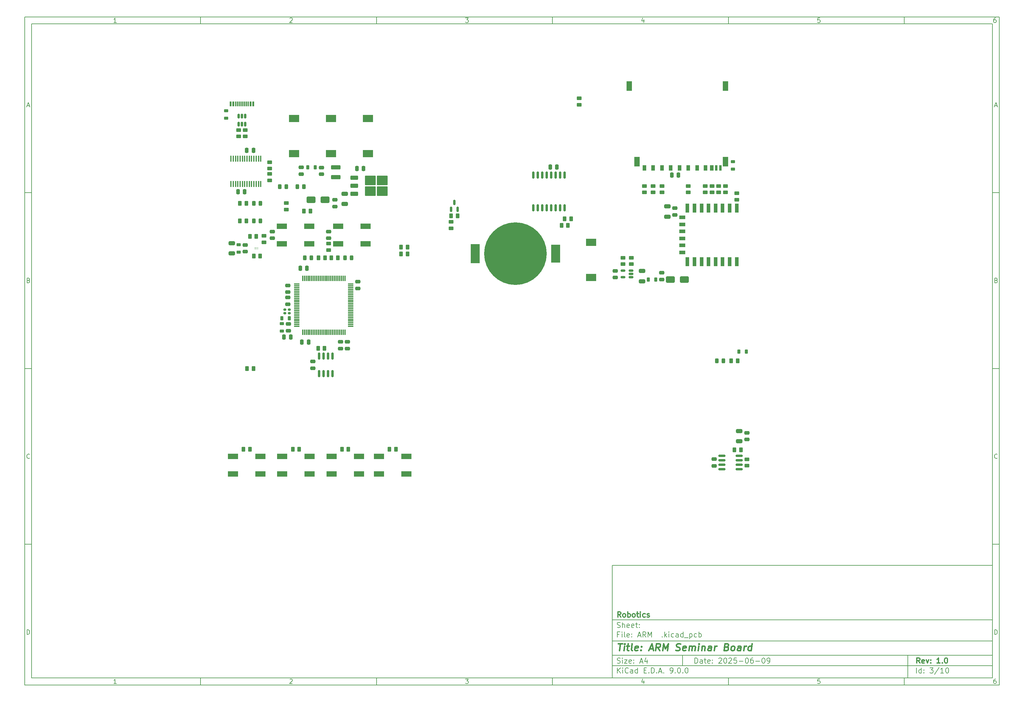
<source format=gtp>
G04 #@! TF.GenerationSoftware,KiCad,Pcbnew,9.0.0*
G04 #@! TF.CreationDate,2025-06-10T17:59:39+09:00*
G04 #@! TF.ProjectId,ARM ___ __,41524d20-38f8-4982-90f4-dc2e6b696361,1.0*
G04 #@! TF.SameCoordinates,Original*
G04 #@! TF.FileFunction,Paste,Top*
G04 #@! TF.FilePolarity,Positive*
%FSLAX46Y46*%
G04 Gerber Fmt 4.6, Leading zero omitted, Abs format (unit mm)*
G04 Created by KiCad (PCBNEW 9.0.0) date 2025-06-10 17:59:39*
%MOMM*%
%LPD*%
G01*
G04 APERTURE LIST*
G04 Aperture macros list*
%AMRoundRect*
0 Rectangle with rounded corners*
0 $1 Rounding radius*
0 $2 $3 $4 $5 $6 $7 $8 $9 X,Y pos of 4 corners*
0 Add a 4 corners polygon primitive as box body*
4,1,4,$2,$3,$4,$5,$6,$7,$8,$9,$2,$3,0*
0 Add four circle primitives for the rounded corners*
1,1,$1+$1,$2,$3*
1,1,$1+$1,$4,$5*
1,1,$1+$1,$6,$7*
1,1,$1+$1,$8,$9*
0 Add four rect primitives between the rounded corners*
20,1,$1+$1,$2,$3,$4,$5,0*
20,1,$1+$1,$4,$5,$6,$7,0*
20,1,$1+$1,$6,$7,$8,$9,0*
20,1,$1+$1,$8,$9,$2,$3,0*%
G04 Aperture macros list end*
%ADD10C,0.100000*%
%ADD11C,0.150000*%
%ADD12C,0.300000*%
%ADD13C,0.400000*%
%ADD14RoundRect,0.250000X-0.262500X-0.450000X0.262500X-0.450000X0.262500X0.450000X-0.262500X0.450000X0*%
%ADD15RoundRect,0.243750X-0.243750X-0.456250X0.243750X-0.456250X0.243750X0.456250X-0.243750X0.456250X0*%
%ADD16RoundRect,0.243750X0.243750X0.456250X-0.243750X0.456250X-0.243750X-0.456250X0.243750X-0.456250X0*%
%ADD17RoundRect,0.150000X0.512500X0.150000X-0.512500X0.150000X-0.512500X-0.150000X0.512500X-0.150000X0*%
%ADD18RoundRect,0.250000X0.262500X0.450000X-0.262500X0.450000X-0.262500X-0.450000X0.262500X-0.450000X0*%
%ADD19R,3.000000X2.000000*%
%ADD20R,3.000000X1.524000*%
%ADD21RoundRect,0.250000X0.475000X-0.250000X0.475000X0.250000X-0.475000X0.250000X-0.475000X-0.250000X0*%
%ADD22RoundRect,0.250000X-0.450000X0.262500X-0.450000X-0.262500X0.450000X-0.262500X0.450000X0.262500X0*%
%ADD23RoundRect,0.250000X-0.475000X0.250000X-0.475000X-0.250000X0.475000X-0.250000X0.475000X0.250000X0*%
%ADD24RoundRect,0.250000X1.000000X0.650000X-1.000000X0.650000X-1.000000X-0.650000X1.000000X-0.650000X0*%
%ADD25RoundRect,0.250000X-0.650000X0.325000X-0.650000X-0.325000X0.650000X-0.325000X0.650000X0.325000X0*%
%ADD26RoundRect,0.150000X0.150000X-0.587500X0.150000X0.587500X-0.150000X0.587500X-0.150000X-0.587500X0*%
%ADD27RoundRect,0.250000X-1.075000X0.375000X-1.075000X-0.375000X1.075000X-0.375000X1.075000X0.375000X0*%
%ADD28RoundRect,0.250000X0.250000X0.475000X-0.250000X0.475000X-0.250000X-0.475000X0.250000X-0.475000X0*%
%ADD29RoundRect,0.150000X0.150000X-0.825000X0.150000X0.825000X-0.150000X0.825000X-0.150000X-0.825000X0*%
%ADD30RoundRect,0.250000X0.650000X-0.325000X0.650000X0.325000X-0.650000X0.325000X-0.650000X-0.325000X0*%
%ADD31RoundRect,0.218750X-0.381250X0.218750X-0.381250X-0.218750X0.381250X-0.218750X0.381250X0.218750X0*%
%ADD32RoundRect,0.150000X-0.825000X-0.150000X0.825000X-0.150000X0.825000X0.150000X-0.825000X0.150000X0*%
%ADD33RoundRect,0.250000X-0.250000X-0.475000X0.250000X-0.475000X0.250000X0.475000X-0.250000X0.475000X0*%
%ADD34R,1.000000X2.500000*%
%ADD35R,1.800000X1.000000*%
%ADD36RoundRect,0.250000X-0.850000X-0.350000X0.850000X-0.350000X0.850000X0.350000X-0.850000X0.350000X0*%
%ADD37RoundRect,0.250000X-1.275000X-1.125000X1.275000X-1.125000X1.275000X1.125000X-1.275000X1.125000X0*%
%ADD38RoundRect,0.150000X-0.150000X0.512500X-0.150000X-0.512500X0.150000X-0.512500X0.150000X0.512500X0*%
%ADD39RoundRect,0.218750X-0.218750X-0.381250X0.218750X-0.381250X0.218750X0.381250X-0.218750X0.381250X0*%
%ADD40C,0.250000*%
%ADD41RoundRect,0.075000X-0.725000X-0.075000X0.725000X-0.075000X0.725000X0.075000X-0.725000X0.075000X0*%
%ADD42RoundRect,0.075000X-0.075000X-0.725000X0.075000X-0.725000X0.075000X0.725000X-0.075000X0.725000X0*%
%ADD43RoundRect,0.250000X0.450000X-0.262500X0.450000X0.262500X-0.450000X0.262500X-0.450000X-0.262500X0*%
%ADD44RoundRect,0.218750X0.218750X0.381250X-0.218750X0.381250X-0.218750X-0.381250X0.218750X-0.381250X0*%
%ADD45R,2.500000X5.400000*%
%ADD46R,2.500000X5.100000*%
%ADD47C,17.800000*%
%ADD48R,0.450000X1.750000*%
%ADD49RoundRect,0.175000X-0.225000X-0.175000X0.225000X-0.175000X0.225000X0.175000X-0.225000X0.175000X0*%
%ADD50RoundRect,0.150000X-0.150000X0.875000X-0.150000X-0.875000X0.150000X-0.875000X0.150000X0.875000X0*%
%ADD51RoundRect,0.218750X0.381250X-0.218750X0.381250X0.218750X-0.381250X0.218750X-0.381250X-0.218750X0*%
%ADD52R,0.600000X1.450000*%
%ADD53R,0.300000X1.450000*%
%ADD54R,1.000000X1.500000*%
%ADD55R,0.700000X1.500000*%
%ADD56R,1.500000X2.800000*%
G04 APERTURE END LIST*
D10*
D11*
X177002200Y-166007200D02*
X285002200Y-166007200D01*
X285002200Y-198007200D01*
X177002200Y-198007200D01*
X177002200Y-166007200D01*
D10*
D11*
X10000000Y-10000000D02*
X287002200Y-10000000D01*
X287002200Y-200007200D01*
X10000000Y-200007200D01*
X10000000Y-10000000D01*
D10*
D11*
X12000000Y-12000000D02*
X285002200Y-12000000D01*
X285002200Y-198007200D01*
X12000000Y-198007200D01*
X12000000Y-12000000D01*
D10*
D11*
X60000000Y-12000000D02*
X60000000Y-10000000D01*
D10*
D11*
X110000000Y-12000000D02*
X110000000Y-10000000D01*
D10*
D11*
X160000000Y-12000000D02*
X160000000Y-10000000D01*
D10*
D11*
X210000000Y-12000000D02*
X210000000Y-10000000D01*
D10*
D11*
X260000000Y-12000000D02*
X260000000Y-10000000D01*
D10*
D11*
X36089160Y-11593604D02*
X35346303Y-11593604D01*
X35717731Y-11593604D02*
X35717731Y-10293604D01*
X35717731Y-10293604D02*
X35593922Y-10479319D01*
X35593922Y-10479319D02*
X35470112Y-10603128D01*
X35470112Y-10603128D02*
X35346303Y-10665033D01*
D10*
D11*
X85346303Y-10417414D02*
X85408207Y-10355509D01*
X85408207Y-10355509D02*
X85532017Y-10293604D01*
X85532017Y-10293604D02*
X85841541Y-10293604D01*
X85841541Y-10293604D02*
X85965350Y-10355509D01*
X85965350Y-10355509D02*
X86027255Y-10417414D01*
X86027255Y-10417414D02*
X86089160Y-10541223D01*
X86089160Y-10541223D02*
X86089160Y-10665033D01*
X86089160Y-10665033D02*
X86027255Y-10850747D01*
X86027255Y-10850747D02*
X85284398Y-11593604D01*
X85284398Y-11593604D02*
X86089160Y-11593604D01*
D10*
D11*
X135284398Y-10293604D02*
X136089160Y-10293604D01*
X136089160Y-10293604D02*
X135655826Y-10788842D01*
X135655826Y-10788842D02*
X135841541Y-10788842D01*
X135841541Y-10788842D02*
X135965350Y-10850747D01*
X135965350Y-10850747D02*
X136027255Y-10912652D01*
X136027255Y-10912652D02*
X136089160Y-11036461D01*
X136089160Y-11036461D02*
X136089160Y-11345985D01*
X136089160Y-11345985D02*
X136027255Y-11469795D01*
X136027255Y-11469795D02*
X135965350Y-11531700D01*
X135965350Y-11531700D02*
X135841541Y-11593604D01*
X135841541Y-11593604D02*
X135470112Y-11593604D01*
X135470112Y-11593604D02*
X135346303Y-11531700D01*
X135346303Y-11531700D02*
X135284398Y-11469795D01*
D10*
D11*
X185965350Y-10726938D02*
X185965350Y-11593604D01*
X185655826Y-10231700D02*
X185346303Y-11160271D01*
X185346303Y-11160271D02*
X186151064Y-11160271D01*
D10*
D11*
X236027255Y-10293604D02*
X235408207Y-10293604D01*
X235408207Y-10293604D02*
X235346303Y-10912652D01*
X235346303Y-10912652D02*
X235408207Y-10850747D01*
X235408207Y-10850747D02*
X235532017Y-10788842D01*
X235532017Y-10788842D02*
X235841541Y-10788842D01*
X235841541Y-10788842D02*
X235965350Y-10850747D01*
X235965350Y-10850747D02*
X236027255Y-10912652D01*
X236027255Y-10912652D02*
X236089160Y-11036461D01*
X236089160Y-11036461D02*
X236089160Y-11345985D01*
X236089160Y-11345985D02*
X236027255Y-11469795D01*
X236027255Y-11469795D02*
X235965350Y-11531700D01*
X235965350Y-11531700D02*
X235841541Y-11593604D01*
X235841541Y-11593604D02*
X235532017Y-11593604D01*
X235532017Y-11593604D02*
X235408207Y-11531700D01*
X235408207Y-11531700D02*
X235346303Y-11469795D01*
D10*
D11*
X285965350Y-10293604D02*
X285717731Y-10293604D01*
X285717731Y-10293604D02*
X285593922Y-10355509D01*
X285593922Y-10355509D02*
X285532017Y-10417414D01*
X285532017Y-10417414D02*
X285408207Y-10603128D01*
X285408207Y-10603128D02*
X285346303Y-10850747D01*
X285346303Y-10850747D02*
X285346303Y-11345985D01*
X285346303Y-11345985D02*
X285408207Y-11469795D01*
X285408207Y-11469795D02*
X285470112Y-11531700D01*
X285470112Y-11531700D02*
X285593922Y-11593604D01*
X285593922Y-11593604D02*
X285841541Y-11593604D01*
X285841541Y-11593604D02*
X285965350Y-11531700D01*
X285965350Y-11531700D02*
X286027255Y-11469795D01*
X286027255Y-11469795D02*
X286089160Y-11345985D01*
X286089160Y-11345985D02*
X286089160Y-11036461D01*
X286089160Y-11036461D02*
X286027255Y-10912652D01*
X286027255Y-10912652D02*
X285965350Y-10850747D01*
X285965350Y-10850747D02*
X285841541Y-10788842D01*
X285841541Y-10788842D02*
X285593922Y-10788842D01*
X285593922Y-10788842D02*
X285470112Y-10850747D01*
X285470112Y-10850747D02*
X285408207Y-10912652D01*
X285408207Y-10912652D02*
X285346303Y-11036461D01*
D10*
D11*
X60000000Y-198007200D02*
X60000000Y-200007200D01*
D10*
D11*
X110000000Y-198007200D02*
X110000000Y-200007200D01*
D10*
D11*
X160000000Y-198007200D02*
X160000000Y-200007200D01*
D10*
D11*
X210000000Y-198007200D02*
X210000000Y-200007200D01*
D10*
D11*
X260000000Y-198007200D02*
X260000000Y-200007200D01*
D10*
D11*
X36089160Y-199600804D02*
X35346303Y-199600804D01*
X35717731Y-199600804D02*
X35717731Y-198300804D01*
X35717731Y-198300804D02*
X35593922Y-198486519D01*
X35593922Y-198486519D02*
X35470112Y-198610328D01*
X35470112Y-198610328D02*
X35346303Y-198672233D01*
D10*
D11*
X85346303Y-198424614D02*
X85408207Y-198362709D01*
X85408207Y-198362709D02*
X85532017Y-198300804D01*
X85532017Y-198300804D02*
X85841541Y-198300804D01*
X85841541Y-198300804D02*
X85965350Y-198362709D01*
X85965350Y-198362709D02*
X86027255Y-198424614D01*
X86027255Y-198424614D02*
X86089160Y-198548423D01*
X86089160Y-198548423D02*
X86089160Y-198672233D01*
X86089160Y-198672233D02*
X86027255Y-198857947D01*
X86027255Y-198857947D02*
X85284398Y-199600804D01*
X85284398Y-199600804D02*
X86089160Y-199600804D01*
D10*
D11*
X135284398Y-198300804D02*
X136089160Y-198300804D01*
X136089160Y-198300804D02*
X135655826Y-198796042D01*
X135655826Y-198796042D02*
X135841541Y-198796042D01*
X135841541Y-198796042D02*
X135965350Y-198857947D01*
X135965350Y-198857947D02*
X136027255Y-198919852D01*
X136027255Y-198919852D02*
X136089160Y-199043661D01*
X136089160Y-199043661D02*
X136089160Y-199353185D01*
X136089160Y-199353185D02*
X136027255Y-199476995D01*
X136027255Y-199476995D02*
X135965350Y-199538900D01*
X135965350Y-199538900D02*
X135841541Y-199600804D01*
X135841541Y-199600804D02*
X135470112Y-199600804D01*
X135470112Y-199600804D02*
X135346303Y-199538900D01*
X135346303Y-199538900D02*
X135284398Y-199476995D01*
D10*
D11*
X185965350Y-198734138D02*
X185965350Y-199600804D01*
X185655826Y-198238900D02*
X185346303Y-199167471D01*
X185346303Y-199167471D02*
X186151064Y-199167471D01*
D10*
D11*
X236027255Y-198300804D02*
X235408207Y-198300804D01*
X235408207Y-198300804D02*
X235346303Y-198919852D01*
X235346303Y-198919852D02*
X235408207Y-198857947D01*
X235408207Y-198857947D02*
X235532017Y-198796042D01*
X235532017Y-198796042D02*
X235841541Y-198796042D01*
X235841541Y-198796042D02*
X235965350Y-198857947D01*
X235965350Y-198857947D02*
X236027255Y-198919852D01*
X236027255Y-198919852D02*
X236089160Y-199043661D01*
X236089160Y-199043661D02*
X236089160Y-199353185D01*
X236089160Y-199353185D02*
X236027255Y-199476995D01*
X236027255Y-199476995D02*
X235965350Y-199538900D01*
X235965350Y-199538900D02*
X235841541Y-199600804D01*
X235841541Y-199600804D02*
X235532017Y-199600804D01*
X235532017Y-199600804D02*
X235408207Y-199538900D01*
X235408207Y-199538900D02*
X235346303Y-199476995D01*
D10*
D11*
X285965350Y-198300804D02*
X285717731Y-198300804D01*
X285717731Y-198300804D02*
X285593922Y-198362709D01*
X285593922Y-198362709D02*
X285532017Y-198424614D01*
X285532017Y-198424614D02*
X285408207Y-198610328D01*
X285408207Y-198610328D02*
X285346303Y-198857947D01*
X285346303Y-198857947D02*
X285346303Y-199353185D01*
X285346303Y-199353185D02*
X285408207Y-199476995D01*
X285408207Y-199476995D02*
X285470112Y-199538900D01*
X285470112Y-199538900D02*
X285593922Y-199600804D01*
X285593922Y-199600804D02*
X285841541Y-199600804D01*
X285841541Y-199600804D02*
X285965350Y-199538900D01*
X285965350Y-199538900D02*
X286027255Y-199476995D01*
X286027255Y-199476995D02*
X286089160Y-199353185D01*
X286089160Y-199353185D02*
X286089160Y-199043661D01*
X286089160Y-199043661D02*
X286027255Y-198919852D01*
X286027255Y-198919852D02*
X285965350Y-198857947D01*
X285965350Y-198857947D02*
X285841541Y-198796042D01*
X285841541Y-198796042D02*
X285593922Y-198796042D01*
X285593922Y-198796042D02*
X285470112Y-198857947D01*
X285470112Y-198857947D02*
X285408207Y-198919852D01*
X285408207Y-198919852D02*
X285346303Y-199043661D01*
D10*
D11*
X10000000Y-60000000D02*
X12000000Y-60000000D01*
D10*
D11*
X10000000Y-110000000D02*
X12000000Y-110000000D01*
D10*
D11*
X10000000Y-160000000D02*
X12000000Y-160000000D01*
D10*
D11*
X10690476Y-35222176D02*
X11309523Y-35222176D01*
X10566666Y-35593604D02*
X10999999Y-34293604D01*
X10999999Y-34293604D02*
X11433333Y-35593604D01*
D10*
D11*
X11092857Y-84912652D02*
X11278571Y-84974557D01*
X11278571Y-84974557D02*
X11340476Y-85036461D01*
X11340476Y-85036461D02*
X11402380Y-85160271D01*
X11402380Y-85160271D02*
X11402380Y-85345985D01*
X11402380Y-85345985D02*
X11340476Y-85469795D01*
X11340476Y-85469795D02*
X11278571Y-85531700D01*
X11278571Y-85531700D02*
X11154761Y-85593604D01*
X11154761Y-85593604D02*
X10659523Y-85593604D01*
X10659523Y-85593604D02*
X10659523Y-84293604D01*
X10659523Y-84293604D02*
X11092857Y-84293604D01*
X11092857Y-84293604D02*
X11216666Y-84355509D01*
X11216666Y-84355509D02*
X11278571Y-84417414D01*
X11278571Y-84417414D02*
X11340476Y-84541223D01*
X11340476Y-84541223D02*
X11340476Y-84665033D01*
X11340476Y-84665033D02*
X11278571Y-84788842D01*
X11278571Y-84788842D02*
X11216666Y-84850747D01*
X11216666Y-84850747D02*
X11092857Y-84912652D01*
X11092857Y-84912652D02*
X10659523Y-84912652D01*
D10*
D11*
X11402380Y-135469795D02*
X11340476Y-135531700D01*
X11340476Y-135531700D02*
X11154761Y-135593604D01*
X11154761Y-135593604D02*
X11030952Y-135593604D01*
X11030952Y-135593604D02*
X10845238Y-135531700D01*
X10845238Y-135531700D02*
X10721428Y-135407890D01*
X10721428Y-135407890D02*
X10659523Y-135284080D01*
X10659523Y-135284080D02*
X10597619Y-135036461D01*
X10597619Y-135036461D02*
X10597619Y-134850747D01*
X10597619Y-134850747D02*
X10659523Y-134603128D01*
X10659523Y-134603128D02*
X10721428Y-134479319D01*
X10721428Y-134479319D02*
X10845238Y-134355509D01*
X10845238Y-134355509D02*
X11030952Y-134293604D01*
X11030952Y-134293604D02*
X11154761Y-134293604D01*
X11154761Y-134293604D02*
X11340476Y-134355509D01*
X11340476Y-134355509D02*
X11402380Y-134417414D01*
D10*
D11*
X10659523Y-185593604D02*
X10659523Y-184293604D01*
X10659523Y-184293604D02*
X10969047Y-184293604D01*
X10969047Y-184293604D02*
X11154761Y-184355509D01*
X11154761Y-184355509D02*
X11278571Y-184479319D01*
X11278571Y-184479319D02*
X11340476Y-184603128D01*
X11340476Y-184603128D02*
X11402380Y-184850747D01*
X11402380Y-184850747D02*
X11402380Y-185036461D01*
X11402380Y-185036461D02*
X11340476Y-185284080D01*
X11340476Y-185284080D02*
X11278571Y-185407890D01*
X11278571Y-185407890D02*
X11154761Y-185531700D01*
X11154761Y-185531700D02*
X10969047Y-185593604D01*
X10969047Y-185593604D02*
X10659523Y-185593604D01*
D10*
D11*
X287002200Y-60000000D02*
X285002200Y-60000000D01*
D10*
D11*
X287002200Y-110000000D02*
X285002200Y-110000000D01*
D10*
D11*
X287002200Y-160000000D02*
X285002200Y-160000000D01*
D10*
D11*
X285692676Y-35222176D02*
X286311723Y-35222176D01*
X285568866Y-35593604D02*
X286002199Y-34293604D01*
X286002199Y-34293604D02*
X286435533Y-35593604D01*
D10*
D11*
X286095057Y-84912652D02*
X286280771Y-84974557D01*
X286280771Y-84974557D02*
X286342676Y-85036461D01*
X286342676Y-85036461D02*
X286404580Y-85160271D01*
X286404580Y-85160271D02*
X286404580Y-85345985D01*
X286404580Y-85345985D02*
X286342676Y-85469795D01*
X286342676Y-85469795D02*
X286280771Y-85531700D01*
X286280771Y-85531700D02*
X286156961Y-85593604D01*
X286156961Y-85593604D02*
X285661723Y-85593604D01*
X285661723Y-85593604D02*
X285661723Y-84293604D01*
X285661723Y-84293604D02*
X286095057Y-84293604D01*
X286095057Y-84293604D02*
X286218866Y-84355509D01*
X286218866Y-84355509D02*
X286280771Y-84417414D01*
X286280771Y-84417414D02*
X286342676Y-84541223D01*
X286342676Y-84541223D02*
X286342676Y-84665033D01*
X286342676Y-84665033D02*
X286280771Y-84788842D01*
X286280771Y-84788842D02*
X286218866Y-84850747D01*
X286218866Y-84850747D02*
X286095057Y-84912652D01*
X286095057Y-84912652D02*
X285661723Y-84912652D01*
D10*
D11*
X286404580Y-135469795D02*
X286342676Y-135531700D01*
X286342676Y-135531700D02*
X286156961Y-135593604D01*
X286156961Y-135593604D02*
X286033152Y-135593604D01*
X286033152Y-135593604D02*
X285847438Y-135531700D01*
X285847438Y-135531700D02*
X285723628Y-135407890D01*
X285723628Y-135407890D02*
X285661723Y-135284080D01*
X285661723Y-135284080D02*
X285599819Y-135036461D01*
X285599819Y-135036461D02*
X285599819Y-134850747D01*
X285599819Y-134850747D02*
X285661723Y-134603128D01*
X285661723Y-134603128D02*
X285723628Y-134479319D01*
X285723628Y-134479319D02*
X285847438Y-134355509D01*
X285847438Y-134355509D02*
X286033152Y-134293604D01*
X286033152Y-134293604D02*
X286156961Y-134293604D01*
X286156961Y-134293604D02*
X286342676Y-134355509D01*
X286342676Y-134355509D02*
X286404580Y-134417414D01*
D10*
D11*
X285661723Y-185593604D02*
X285661723Y-184293604D01*
X285661723Y-184293604D02*
X285971247Y-184293604D01*
X285971247Y-184293604D02*
X286156961Y-184355509D01*
X286156961Y-184355509D02*
X286280771Y-184479319D01*
X286280771Y-184479319D02*
X286342676Y-184603128D01*
X286342676Y-184603128D02*
X286404580Y-184850747D01*
X286404580Y-184850747D02*
X286404580Y-185036461D01*
X286404580Y-185036461D02*
X286342676Y-185284080D01*
X286342676Y-185284080D02*
X286280771Y-185407890D01*
X286280771Y-185407890D02*
X286156961Y-185531700D01*
X286156961Y-185531700D02*
X285971247Y-185593604D01*
X285971247Y-185593604D02*
X285661723Y-185593604D01*
D10*
D11*
X200458026Y-193793328D02*
X200458026Y-192293328D01*
X200458026Y-192293328D02*
X200815169Y-192293328D01*
X200815169Y-192293328D02*
X201029455Y-192364757D01*
X201029455Y-192364757D02*
X201172312Y-192507614D01*
X201172312Y-192507614D02*
X201243741Y-192650471D01*
X201243741Y-192650471D02*
X201315169Y-192936185D01*
X201315169Y-192936185D02*
X201315169Y-193150471D01*
X201315169Y-193150471D02*
X201243741Y-193436185D01*
X201243741Y-193436185D02*
X201172312Y-193579042D01*
X201172312Y-193579042D02*
X201029455Y-193721900D01*
X201029455Y-193721900D02*
X200815169Y-193793328D01*
X200815169Y-193793328D02*
X200458026Y-193793328D01*
X202600884Y-193793328D02*
X202600884Y-193007614D01*
X202600884Y-193007614D02*
X202529455Y-192864757D01*
X202529455Y-192864757D02*
X202386598Y-192793328D01*
X202386598Y-192793328D02*
X202100884Y-192793328D01*
X202100884Y-192793328D02*
X201958026Y-192864757D01*
X202600884Y-193721900D02*
X202458026Y-193793328D01*
X202458026Y-193793328D02*
X202100884Y-193793328D01*
X202100884Y-193793328D02*
X201958026Y-193721900D01*
X201958026Y-193721900D02*
X201886598Y-193579042D01*
X201886598Y-193579042D02*
X201886598Y-193436185D01*
X201886598Y-193436185D02*
X201958026Y-193293328D01*
X201958026Y-193293328D02*
X202100884Y-193221900D01*
X202100884Y-193221900D02*
X202458026Y-193221900D01*
X202458026Y-193221900D02*
X202600884Y-193150471D01*
X203100884Y-192793328D02*
X203672312Y-192793328D01*
X203315169Y-192293328D02*
X203315169Y-193579042D01*
X203315169Y-193579042D02*
X203386598Y-193721900D01*
X203386598Y-193721900D02*
X203529455Y-193793328D01*
X203529455Y-193793328D02*
X203672312Y-193793328D01*
X204743741Y-193721900D02*
X204600884Y-193793328D01*
X204600884Y-193793328D02*
X204315170Y-193793328D01*
X204315170Y-193793328D02*
X204172312Y-193721900D01*
X204172312Y-193721900D02*
X204100884Y-193579042D01*
X204100884Y-193579042D02*
X204100884Y-193007614D01*
X204100884Y-193007614D02*
X204172312Y-192864757D01*
X204172312Y-192864757D02*
X204315170Y-192793328D01*
X204315170Y-192793328D02*
X204600884Y-192793328D01*
X204600884Y-192793328D02*
X204743741Y-192864757D01*
X204743741Y-192864757D02*
X204815170Y-193007614D01*
X204815170Y-193007614D02*
X204815170Y-193150471D01*
X204815170Y-193150471D02*
X204100884Y-193293328D01*
X205458026Y-193650471D02*
X205529455Y-193721900D01*
X205529455Y-193721900D02*
X205458026Y-193793328D01*
X205458026Y-193793328D02*
X205386598Y-193721900D01*
X205386598Y-193721900D02*
X205458026Y-193650471D01*
X205458026Y-193650471D02*
X205458026Y-193793328D01*
X205458026Y-192864757D02*
X205529455Y-192936185D01*
X205529455Y-192936185D02*
X205458026Y-193007614D01*
X205458026Y-193007614D02*
X205386598Y-192936185D01*
X205386598Y-192936185D02*
X205458026Y-192864757D01*
X205458026Y-192864757D02*
X205458026Y-193007614D01*
X207243741Y-192436185D02*
X207315169Y-192364757D01*
X207315169Y-192364757D02*
X207458027Y-192293328D01*
X207458027Y-192293328D02*
X207815169Y-192293328D01*
X207815169Y-192293328D02*
X207958027Y-192364757D01*
X207958027Y-192364757D02*
X208029455Y-192436185D01*
X208029455Y-192436185D02*
X208100884Y-192579042D01*
X208100884Y-192579042D02*
X208100884Y-192721900D01*
X208100884Y-192721900D02*
X208029455Y-192936185D01*
X208029455Y-192936185D02*
X207172312Y-193793328D01*
X207172312Y-193793328D02*
X208100884Y-193793328D01*
X209029455Y-192293328D02*
X209172312Y-192293328D01*
X209172312Y-192293328D02*
X209315169Y-192364757D01*
X209315169Y-192364757D02*
X209386598Y-192436185D01*
X209386598Y-192436185D02*
X209458026Y-192579042D01*
X209458026Y-192579042D02*
X209529455Y-192864757D01*
X209529455Y-192864757D02*
X209529455Y-193221900D01*
X209529455Y-193221900D02*
X209458026Y-193507614D01*
X209458026Y-193507614D02*
X209386598Y-193650471D01*
X209386598Y-193650471D02*
X209315169Y-193721900D01*
X209315169Y-193721900D02*
X209172312Y-193793328D01*
X209172312Y-193793328D02*
X209029455Y-193793328D01*
X209029455Y-193793328D02*
X208886598Y-193721900D01*
X208886598Y-193721900D02*
X208815169Y-193650471D01*
X208815169Y-193650471D02*
X208743740Y-193507614D01*
X208743740Y-193507614D02*
X208672312Y-193221900D01*
X208672312Y-193221900D02*
X208672312Y-192864757D01*
X208672312Y-192864757D02*
X208743740Y-192579042D01*
X208743740Y-192579042D02*
X208815169Y-192436185D01*
X208815169Y-192436185D02*
X208886598Y-192364757D01*
X208886598Y-192364757D02*
X209029455Y-192293328D01*
X210100883Y-192436185D02*
X210172311Y-192364757D01*
X210172311Y-192364757D02*
X210315169Y-192293328D01*
X210315169Y-192293328D02*
X210672311Y-192293328D01*
X210672311Y-192293328D02*
X210815169Y-192364757D01*
X210815169Y-192364757D02*
X210886597Y-192436185D01*
X210886597Y-192436185D02*
X210958026Y-192579042D01*
X210958026Y-192579042D02*
X210958026Y-192721900D01*
X210958026Y-192721900D02*
X210886597Y-192936185D01*
X210886597Y-192936185D02*
X210029454Y-193793328D01*
X210029454Y-193793328D02*
X210958026Y-193793328D01*
X212315168Y-192293328D02*
X211600882Y-192293328D01*
X211600882Y-192293328D02*
X211529454Y-193007614D01*
X211529454Y-193007614D02*
X211600882Y-192936185D01*
X211600882Y-192936185D02*
X211743740Y-192864757D01*
X211743740Y-192864757D02*
X212100882Y-192864757D01*
X212100882Y-192864757D02*
X212243740Y-192936185D01*
X212243740Y-192936185D02*
X212315168Y-193007614D01*
X212315168Y-193007614D02*
X212386597Y-193150471D01*
X212386597Y-193150471D02*
X212386597Y-193507614D01*
X212386597Y-193507614D02*
X212315168Y-193650471D01*
X212315168Y-193650471D02*
X212243740Y-193721900D01*
X212243740Y-193721900D02*
X212100882Y-193793328D01*
X212100882Y-193793328D02*
X211743740Y-193793328D01*
X211743740Y-193793328D02*
X211600882Y-193721900D01*
X211600882Y-193721900D02*
X211529454Y-193650471D01*
X213029453Y-193221900D02*
X214172311Y-193221900D01*
X215172311Y-192293328D02*
X215315168Y-192293328D01*
X215315168Y-192293328D02*
X215458025Y-192364757D01*
X215458025Y-192364757D02*
X215529454Y-192436185D01*
X215529454Y-192436185D02*
X215600882Y-192579042D01*
X215600882Y-192579042D02*
X215672311Y-192864757D01*
X215672311Y-192864757D02*
X215672311Y-193221900D01*
X215672311Y-193221900D02*
X215600882Y-193507614D01*
X215600882Y-193507614D02*
X215529454Y-193650471D01*
X215529454Y-193650471D02*
X215458025Y-193721900D01*
X215458025Y-193721900D02*
X215315168Y-193793328D01*
X215315168Y-193793328D02*
X215172311Y-193793328D01*
X215172311Y-193793328D02*
X215029454Y-193721900D01*
X215029454Y-193721900D02*
X214958025Y-193650471D01*
X214958025Y-193650471D02*
X214886596Y-193507614D01*
X214886596Y-193507614D02*
X214815168Y-193221900D01*
X214815168Y-193221900D02*
X214815168Y-192864757D01*
X214815168Y-192864757D02*
X214886596Y-192579042D01*
X214886596Y-192579042D02*
X214958025Y-192436185D01*
X214958025Y-192436185D02*
X215029454Y-192364757D01*
X215029454Y-192364757D02*
X215172311Y-192293328D01*
X216958025Y-192293328D02*
X216672310Y-192293328D01*
X216672310Y-192293328D02*
X216529453Y-192364757D01*
X216529453Y-192364757D02*
X216458025Y-192436185D01*
X216458025Y-192436185D02*
X216315167Y-192650471D01*
X216315167Y-192650471D02*
X216243739Y-192936185D01*
X216243739Y-192936185D02*
X216243739Y-193507614D01*
X216243739Y-193507614D02*
X216315167Y-193650471D01*
X216315167Y-193650471D02*
X216386596Y-193721900D01*
X216386596Y-193721900D02*
X216529453Y-193793328D01*
X216529453Y-193793328D02*
X216815167Y-193793328D01*
X216815167Y-193793328D02*
X216958025Y-193721900D01*
X216958025Y-193721900D02*
X217029453Y-193650471D01*
X217029453Y-193650471D02*
X217100882Y-193507614D01*
X217100882Y-193507614D02*
X217100882Y-193150471D01*
X217100882Y-193150471D02*
X217029453Y-193007614D01*
X217029453Y-193007614D02*
X216958025Y-192936185D01*
X216958025Y-192936185D02*
X216815167Y-192864757D01*
X216815167Y-192864757D02*
X216529453Y-192864757D01*
X216529453Y-192864757D02*
X216386596Y-192936185D01*
X216386596Y-192936185D02*
X216315167Y-193007614D01*
X216315167Y-193007614D02*
X216243739Y-193150471D01*
X217743738Y-193221900D02*
X218886596Y-193221900D01*
X219886596Y-192293328D02*
X220029453Y-192293328D01*
X220029453Y-192293328D02*
X220172310Y-192364757D01*
X220172310Y-192364757D02*
X220243739Y-192436185D01*
X220243739Y-192436185D02*
X220315167Y-192579042D01*
X220315167Y-192579042D02*
X220386596Y-192864757D01*
X220386596Y-192864757D02*
X220386596Y-193221900D01*
X220386596Y-193221900D02*
X220315167Y-193507614D01*
X220315167Y-193507614D02*
X220243739Y-193650471D01*
X220243739Y-193650471D02*
X220172310Y-193721900D01*
X220172310Y-193721900D02*
X220029453Y-193793328D01*
X220029453Y-193793328D02*
X219886596Y-193793328D01*
X219886596Y-193793328D02*
X219743739Y-193721900D01*
X219743739Y-193721900D02*
X219672310Y-193650471D01*
X219672310Y-193650471D02*
X219600881Y-193507614D01*
X219600881Y-193507614D02*
X219529453Y-193221900D01*
X219529453Y-193221900D02*
X219529453Y-192864757D01*
X219529453Y-192864757D02*
X219600881Y-192579042D01*
X219600881Y-192579042D02*
X219672310Y-192436185D01*
X219672310Y-192436185D02*
X219743739Y-192364757D01*
X219743739Y-192364757D02*
X219886596Y-192293328D01*
X221100881Y-193793328D02*
X221386595Y-193793328D01*
X221386595Y-193793328D02*
X221529452Y-193721900D01*
X221529452Y-193721900D02*
X221600881Y-193650471D01*
X221600881Y-193650471D02*
X221743738Y-193436185D01*
X221743738Y-193436185D02*
X221815167Y-193150471D01*
X221815167Y-193150471D02*
X221815167Y-192579042D01*
X221815167Y-192579042D02*
X221743738Y-192436185D01*
X221743738Y-192436185D02*
X221672310Y-192364757D01*
X221672310Y-192364757D02*
X221529452Y-192293328D01*
X221529452Y-192293328D02*
X221243738Y-192293328D01*
X221243738Y-192293328D02*
X221100881Y-192364757D01*
X221100881Y-192364757D02*
X221029452Y-192436185D01*
X221029452Y-192436185D02*
X220958024Y-192579042D01*
X220958024Y-192579042D02*
X220958024Y-192936185D01*
X220958024Y-192936185D02*
X221029452Y-193079042D01*
X221029452Y-193079042D02*
X221100881Y-193150471D01*
X221100881Y-193150471D02*
X221243738Y-193221900D01*
X221243738Y-193221900D02*
X221529452Y-193221900D01*
X221529452Y-193221900D02*
X221672310Y-193150471D01*
X221672310Y-193150471D02*
X221743738Y-193079042D01*
X221743738Y-193079042D02*
X221815167Y-192936185D01*
D10*
D11*
X177002200Y-194507200D02*
X285002200Y-194507200D01*
D10*
D11*
X178458026Y-196593328D02*
X178458026Y-195093328D01*
X179315169Y-196593328D02*
X178672312Y-195736185D01*
X179315169Y-195093328D02*
X178458026Y-195950471D01*
X179958026Y-196593328D02*
X179958026Y-195593328D01*
X179958026Y-195093328D02*
X179886598Y-195164757D01*
X179886598Y-195164757D02*
X179958026Y-195236185D01*
X179958026Y-195236185D02*
X180029455Y-195164757D01*
X180029455Y-195164757D02*
X179958026Y-195093328D01*
X179958026Y-195093328D02*
X179958026Y-195236185D01*
X181529455Y-196450471D02*
X181458027Y-196521900D01*
X181458027Y-196521900D02*
X181243741Y-196593328D01*
X181243741Y-196593328D02*
X181100884Y-196593328D01*
X181100884Y-196593328D02*
X180886598Y-196521900D01*
X180886598Y-196521900D02*
X180743741Y-196379042D01*
X180743741Y-196379042D02*
X180672312Y-196236185D01*
X180672312Y-196236185D02*
X180600884Y-195950471D01*
X180600884Y-195950471D02*
X180600884Y-195736185D01*
X180600884Y-195736185D02*
X180672312Y-195450471D01*
X180672312Y-195450471D02*
X180743741Y-195307614D01*
X180743741Y-195307614D02*
X180886598Y-195164757D01*
X180886598Y-195164757D02*
X181100884Y-195093328D01*
X181100884Y-195093328D02*
X181243741Y-195093328D01*
X181243741Y-195093328D02*
X181458027Y-195164757D01*
X181458027Y-195164757D02*
X181529455Y-195236185D01*
X182815170Y-196593328D02*
X182815170Y-195807614D01*
X182815170Y-195807614D02*
X182743741Y-195664757D01*
X182743741Y-195664757D02*
X182600884Y-195593328D01*
X182600884Y-195593328D02*
X182315170Y-195593328D01*
X182315170Y-195593328D02*
X182172312Y-195664757D01*
X182815170Y-196521900D02*
X182672312Y-196593328D01*
X182672312Y-196593328D02*
X182315170Y-196593328D01*
X182315170Y-196593328D02*
X182172312Y-196521900D01*
X182172312Y-196521900D02*
X182100884Y-196379042D01*
X182100884Y-196379042D02*
X182100884Y-196236185D01*
X182100884Y-196236185D02*
X182172312Y-196093328D01*
X182172312Y-196093328D02*
X182315170Y-196021900D01*
X182315170Y-196021900D02*
X182672312Y-196021900D01*
X182672312Y-196021900D02*
X182815170Y-195950471D01*
X184172313Y-196593328D02*
X184172313Y-195093328D01*
X184172313Y-196521900D02*
X184029455Y-196593328D01*
X184029455Y-196593328D02*
X183743741Y-196593328D01*
X183743741Y-196593328D02*
X183600884Y-196521900D01*
X183600884Y-196521900D02*
X183529455Y-196450471D01*
X183529455Y-196450471D02*
X183458027Y-196307614D01*
X183458027Y-196307614D02*
X183458027Y-195879042D01*
X183458027Y-195879042D02*
X183529455Y-195736185D01*
X183529455Y-195736185D02*
X183600884Y-195664757D01*
X183600884Y-195664757D02*
X183743741Y-195593328D01*
X183743741Y-195593328D02*
X184029455Y-195593328D01*
X184029455Y-195593328D02*
X184172313Y-195664757D01*
X186029455Y-195807614D02*
X186529455Y-195807614D01*
X186743741Y-196593328D02*
X186029455Y-196593328D01*
X186029455Y-196593328D02*
X186029455Y-195093328D01*
X186029455Y-195093328D02*
X186743741Y-195093328D01*
X187386598Y-196450471D02*
X187458027Y-196521900D01*
X187458027Y-196521900D02*
X187386598Y-196593328D01*
X187386598Y-196593328D02*
X187315170Y-196521900D01*
X187315170Y-196521900D02*
X187386598Y-196450471D01*
X187386598Y-196450471D02*
X187386598Y-196593328D01*
X188100884Y-196593328D02*
X188100884Y-195093328D01*
X188100884Y-195093328D02*
X188458027Y-195093328D01*
X188458027Y-195093328D02*
X188672313Y-195164757D01*
X188672313Y-195164757D02*
X188815170Y-195307614D01*
X188815170Y-195307614D02*
X188886599Y-195450471D01*
X188886599Y-195450471D02*
X188958027Y-195736185D01*
X188958027Y-195736185D02*
X188958027Y-195950471D01*
X188958027Y-195950471D02*
X188886599Y-196236185D01*
X188886599Y-196236185D02*
X188815170Y-196379042D01*
X188815170Y-196379042D02*
X188672313Y-196521900D01*
X188672313Y-196521900D02*
X188458027Y-196593328D01*
X188458027Y-196593328D02*
X188100884Y-196593328D01*
X189600884Y-196450471D02*
X189672313Y-196521900D01*
X189672313Y-196521900D02*
X189600884Y-196593328D01*
X189600884Y-196593328D02*
X189529456Y-196521900D01*
X189529456Y-196521900D02*
X189600884Y-196450471D01*
X189600884Y-196450471D02*
X189600884Y-196593328D01*
X190243742Y-196164757D02*
X190958028Y-196164757D01*
X190100885Y-196593328D02*
X190600885Y-195093328D01*
X190600885Y-195093328D02*
X191100885Y-196593328D01*
X191600884Y-196450471D02*
X191672313Y-196521900D01*
X191672313Y-196521900D02*
X191600884Y-196593328D01*
X191600884Y-196593328D02*
X191529456Y-196521900D01*
X191529456Y-196521900D02*
X191600884Y-196450471D01*
X191600884Y-196450471D02*
X191600884Y-196593328D01*
X193529456Y-196593328D02*
X193815170Y-196593328D01*
X193815170Y-196593328D02*
X193958027Y-196521900D01*
X193958027Y-196521900D02*
X194029456Y-196450471D01*
X194029456Y-196450471D02*
X194172313Y-196236185D01*
X194172313Y-196236185D02*
X194243742Y-195950471D01*
X194243742Y-195950471D02*
X194243742Y-195379042D01*
X194243742Y-195379042D02*
X194172313Y-195236185D01*
X194172313Y-195236185D02*
X194100885Y-195164757D01*
X194100885Y-195164757D02*
X193958027Y-195093328D01*
X193958027Y-195093328D02*
X193672313Y-195093328D01*
X193672313Y-195093328D02*
X193529456Y-195164757D01*
X193529456Y-195164757D02*
X193458027Y-195236185D01*
X193458027Y-195236185D02*
X193386599Y-195379042D01*
X193386599Y-195379042D02*
X193386599Y-195736185D01*
X193386599Y-195736185D02*
X193458027Y-195879042D01*
X193458027Y-195879042D02*
X193529456Y-195950471D01*
X193529456Y-195950471D02*
X193672313Y-196021900D01*
X193672313Y-196021900D02*
X193958027Y-196021900D01*
X193958027Y-196021900D02*
X194100885Y-195950471D01*
X194100885Y-195950471D02*
X194172313Y-195879042D01*
X194172313Y-195879042D02*
X194243742Y-195736185D01*
X194886598Y-196450471D02*
X194958027Y-196521900D01*
X194958027Y-196521900D02*
X194886598Y-196593328D01*
X194886598Y-196593328D02*
X194815170Y-196521900D01*
X194815170Y-196521900D02*
X194886598Y-196450471D01*
X194886598Y-196450471D02*
X194886598Y-196593328D01*
X195886599Y-195093328D02*
X196029456Y-195093328D01*
X196029456Y-195093328D02*
X196172313Y-195164757D01*
X196172313Y-195164757D02*
X196243742Y-195236185D01*
X196243742Y-195236185D02*
X196315170Y-195379042D01*
X196315170Y-195379042D02*
X196386599Y-195664757D01*
X196386599Y-195664757D02*
X196386599Y-196021900D01*
X196386599Y-196021900D02*
X196315170Y-196307614D01*
X196315170Y-196307614D02*
X196243742Y-196450471D01*
X196243742Y-196450471D02*
X196172313Y-196521900D01*
X196172313Y-196521900D02*
X196029456Y-196593328D01*
X196029456Y-196593328D02*
X195886599Y-196593328D01*
X195886599Y-196593328D02*
X195743742Y-196521900D01*
X195743742Y-196521900D02*
X195672313Y-196450471D01*
X195672313Y-196450471D02*
X195600884Y-196307614D01*
X195600884Y-196307614D02*
X195529456Y-196021900D01*
X195529456Y-196021900D02*
X195529456Y-195664757D01*
X195529456Y-195664757D02*
X195600884Y-195379042D01*
X195600884Y-195379042D02*
X195672313Y-195236185D01*
X195672313Y-195236185D02*
X195743742Y-195164757D01*
X195743742Y-195164757D02*
X195886599Y-195093328D01*
X197029455Y-196450471D02*
X197100884Y-196521900D01*
X197100884Y-196521900D02*
X197029455Y-196593328D01*
X197029455Y-196593328D02*
X196958027Y-196521900D01*
X196958027Y-196521900D02*
X197029455Y-196450471D01*
X197029455Y-196450471D02*
X197029455Y-196593328D01*
X198029456Y-195093328D02*
X198172313Y-195093328D01*
X198172313Y-195093328D02*
X198315170Y-195164757D01*
X198315170Y-195164757D02*
X198386599Y-195236185D01*
X198386599Y-195236185D02*
X198458027Y-195379042D01*
X198458027Y-195379042D02*
X198529456Y-195664757D01*
X198529456Y-195664757D02*
X198529456Y-196021900D01*
X198529456Y-196021900D02*
X198458027Y-196307614D01*
X198458027Y-196307614D02*
X198386599Y-196450471D01*
X198386599Y-196450471D02*
X198315170Y-196521900D01*
X198315170Y-196521900D02*
X198172313Y-196593328D01*
X198172313Y-196593328D02*
X198029456Y-196593328D01*
X198029456Y-196593328D02*
X197886599Y-196521900D01*
X197886599Y-196521900D02*
X197815170Y-196450471D01*
X197815170Y-196450471D02*
X197743741Y-196307614D01*
X197743741Y-196307614D02*
X197672313Y-196021900D01*
X197672313Y-196021900D02*
X197672313Y-195664757D01*
X197672313Y-195664757D02*
X197743741Y-195379042D01*
X197743741Y-195379042D02*
X197815170Y-195236185D01*
X197815170Y-195236185D02*
X197886599Y-195164757D01*
X197886599Y-195164757D02*
X198029456Y-195093328D01*
D10*
D11*
X177002200Y-191507200D02*
X285002200Y-191507200D01*
D10*
D12*
X264413853Y-193785528D02*
X263913853Y-193071242D01*
X263556710Y-193785528D02*
X263556710Y-192285528D01*
X263556710Y-192285528D02*
X264128139Y-192285528D01*
X264128139Y-192285528D02*
X264270996Y-192356957D01*
X264270996Y-192356957D02*
X264342425Y-192428385D01*
X264342425Y-192428385D02*
X264413853Y-192571242D01*
X264413853Y-192571242D02*
X264413853Y-192785528D01*
X264413853Y-192785528D02*
X264342425Y-192928385D01*
X264342425Y-192928385D02*
X264270996Y-192999814D01*
X264270996Y-192999814D02*
X264128139Y-193071242D01*
X264128139Y-193071242D02*
X263556710Y-193071242D01*
X265628139Y-193714100D02*
X265485282Y-193785528D01*
X265485282Y-193785528D02*
X265199568Y-193785528D01*
X265199568Y-193785528D02*
X265056710Y-193714100D01*
X265056710Y-193714100D02*
X264985282Y-193571242D01*
X264985282Y-193571242D02*
X264985282Y-192999814D01*
X264985282Y-192999814D02*
X265056710Y-192856957D01*
X265056710Y-192856957D02*
X265199568Y-192785528D01*
X265199568Y-192785528D02*
X265485282Y-192785528D01*
X265485282Y-192785528D02*
X265628139Y-192856957D01*
X265628139Y-192856957D02*
X265699568Y-192999814D01*
X265699568Y-192999814D02*
X265699568Y-193142671D01*
X265699568Y-193142671D02*
X264985282Y-193285528D01*
X266199567Y-192785528D02*
X266556710Y-193785528D01*
X266556710Y-193785528D02*
X266913853Y-192785528D01*
X267485281Y-193642671D02*
X267556710Y-193714100D01*
X267556710Y-193714100D02*
X267485281Y-193785528D01*
X267485281Y-193785528D02*
X267413853Y-193714100D01*
X267413853Y-193714100D02*
X267485281Y-193642671D01*
X267485281Y-193642671D02*
X267485281Y-193785528D01*
X267485281Y-192856957D02*
X267556710Y-192928385D01*
X267556710Y-192928385D02*
X267485281Y-192999814D01*
X267485281Y-192999814D02*
X267413853Y-192928385D01*
X267413853Y-192928385D02*
X267485281Y-192856957D01*
X267485281Y-192856957D02*
X267485281Y-192999814D01*
X270128139Y-193785528D02*
X269270996Y-193785528D01*
X269699567Y-193785528D02*
X269699567Y-192285528D01*
X269699567Y-192285528D02*
X269556710Y-192499814D01*
X269556710Y-192499814D02*
X269413853Y-192642671D01*
X269413853Y-192642671D02*
X269270996Y-192714100D01*
X270770995Y-193642671D02*
X270842424Y-193714100D01*
X270842424Y-193714100D02*
X270770995Y-193785528D01*
X270770995Y-193785528D02*
X270699567Y-193714100D01*
X270699567Y-193714100D02*
X270770995Y-193642671D01*
X270770995Y-193642671D02*
X270770995Y-193785528D01*
X271770996Y-192285528D02*
X271913853Y-192285528D01*
X271913853Y-192285528D02*
X272056710Y-192356957D01*
X272056710Y-192356957D02*
X272128139Y-192428385D01*
X272128139Y-192428385D02*
X272199567Y-192571242D01*
X272199567Y-192571242D02*
X272270996Y-192856957D01*
X272270996Y-192856957D02*
X272270996Y-193214100D01*
X272270996Y-193214100D02*
X272199567Y-193499814D01*
X272199567Y-193499814D02*
X272128139Y-193642671D01*
X272128139Y-193642671D02*
X272056710Y-193714100D01*
X272056710Y-193714100D02*
X271913853Y-193785528D01*
X271913853Y-193785528D02*
X271770996Y-193785528D01*
X271770996Y-193785528D02*
X271628139Y-193714100D01*
X271628139Y-193714100D02*
X271556710Y-193642671D01*
X271556710Y-193642671D02*
X271485281Y-193499814D01*
X271485281Y-193499814D02*
X271413853Y-193214100D01*
X271413853Y-193214100D02*
X271413853Y-192856957D01*
X271413853Y-192856957D02*
X271485281Y-192571242D01*
X271485281Y-192571242D02*
X271556710Y-192428385D01*
X271556710Y-192428385D02*
X271628139Y-192356957D01*
X271628139Y-192356957D02*
X271770996Y-192285528D01*
D10*
D11*
X178386598Y-193721900D02*
X178600884Y-193793328D01*
X178600884Y-193793328D02*
X178958026Y-193793328D01*
X178958026Y-193793328D02*
X179100884Y-193721900D01*
X179100884Y-193721900D02*
X179172312Y-193650471D01*
X179172312Y-193650471D02*
X179243741Y-193507614D01*
X179243741Y-193507614D02*
X179243741Y-193364757D01*
X179243741Y-193364757D02*
X179172312Y-193221900D01*
X179172312Y-193221900D02*
X179100884Y-193150471D01*
X179100884Y-193150471D02*
X178958026Y-193079042D01*
X178958026Y-193079042D02*
X178672312Y-193007614D01*
X178672312Y-193007614D02*
X178529455Y-192936185D01*
X178529455Y-192936185D02*
X178458026Y-192864757D01*
X178458026Y-192864757D02*
X178386598Y-192721900D01*
X178386598Y-192721900D02*
X178386598Y-192579042D01*
X178386598Y-192579042D02*
X178458026Y-192436185D01*
X178458026Y-192436185D02*
X178529455Y-192364757D01*
X178529455Y-192364757D02*
X178672312Y-192293328D01*
X178672312Y-192293328D02*
X179029455Y-192293328D01*
X179029455Y-192293328D02*
X179243741Y-192364757D01*
X179886597Y-193793328D02*
X179886597Y-192793328D01*
X179886597Y-192293328D02*
X179815169Y-192364757D01*
X179815169Y-192364757D02*
X179886597Y-192436185D01*
X179886597Y-192436185D02*
X179958026Y-192364757D01*
X179958026Y-192364757D02*
X179886597Y-192293328D01*
X179886597Y-192293328D02*
X179886597Y-192436185D01*
X180458026Y-192793328D02*
X181243741Y-192793328D01*
X181243741Y-192793328D02*
X180458026Y-193793328D01*
X180458026Y-193793328D02*
X181243741Y-193793328D01*
X182386598Y-193721900D02*
X182243741Y-193793328D01*
X182243741Y-193793328D02*
X181958027Y-193793328D01*
X181958027Y-193793328D02*
X181815169Y-193721900D01*
X181815169Y-193721900D02*
X181743741Y-193579042D01*
X181743741Y-193579042D02*
X181743741Y-193007614D01*
X181743741Y-193007614D02*
X181815169Y-192864757D01*
X181815169Y-192864757D02*
X181958027Y-192793328D01*
X181958027Y-192793328D02*
X182243741Y-192793328D01*
X182243741Y-192793328D02*
X182386598Y-192864757D01*
X182386598Y-192864757D02*
X182458027Y-193007614D01*
X182458027Y-193007614D02*
X182458027Y-193150471D01*
X182458027Y-193150471D02*
X181743741Y-193293328D01*
X183100883Y-193650471D02*
X183172312Y-193721900D01*
X183172312Y-193721900D02*
X183100883Y-193793328D01*
X183100883Y-193793328D02*
X183029455Y-193721900D01*
X183029455Y-193721900D02*
X183100883Y-193650471D01*
X183100883Y-193650471D02*
X183100883Y-193793328D01*
X183100883Y-192864757D02*
X183172312Y-192936185D01*
X183172312Y-192936185D02*
X183100883Y-193007614D01*
X183100883Y-193007614D02*
X183029455Y-192936185D01*
X183029455Y-192936185D02*
X183100883Y-192864757D01*
X183100883Y-192864757D02*
X183100883Y-193007614D01*
X184886598Y-193364757D02*
X185600884Y-193364757D01*
X184743741Y-193793328D02*
X185243741Y-192293328D01*
X185243741Y-192293328D02*
X185743741Y-193793328D01*
X186886598Y-192793328D02*
X186886598Y-193793328D01*
X186529455Y-192221900D02*
X186172312Y-193293328D01*
X186172312Y-193293328D02*
X187100883Y-193293328D01*
D10*
D11*
X263458026Y-196593328D02*
X263458026Y-195093328D01*
X264815170Y-196593328D02*
X264815170Y-195093328D01*
X264815170Y-196521900D02*
X264672312Y-196593328D01*
X264672312Y-196593328D02*
X264386598Y-196593328D01*
X264386598Y-196593328D02*
X264243741Y-196521900D01*
X264243741Y-196521900D02*
X264172312Y-196450471D01*
X264172312Y-196450471D02*
X264100884Y-196307614D01*
X264100884Y-196307614D02*
X264100884Y-195879042D01*
X264100884Y-195879042D02*
X264172312Y-195736185D01*
X264172312Y-195736185D02*
X264243741Y-195664757D01*
X264243741Y-195664757D02*
X264386598Y-195593328D01*
X264386598Y-195593328D02*
X264672312Y-195593328D01*
X264672312Y-195593328D02*
X264815170Y-195664757D01*
X265529455Y-196450471D02*
X265600884Y-196521900D01*
X265600884Y-196521900D02*
X265529455Y-196593328D01*
X265529455Y-196593328D02*
X265458027Y-196521900D01*
X265458027Y-196521900D02*
X265529455Y-196450471D01*
X265529455Y-196450471D02*
X265529455Y-196593328D01*
X265529455Y-195664757D02*
X265600884Y-195736185D01*
X265600884Y-195736185D02*
X265529455Y-195807614D01*
X265529455Y-195807614D02*
X265458027Y-195736185D01*
X265458027Y-195736185D02*
X265529455Y-195664757D01*
X265529455Y-195664757D02*
X265529455Y-195807614D01*
X267243741Y-195093328D02*
X268172313Y-195093328D01*
X268172313Y-195093328D02*
X267672313Y-195664757D01*
X267672313Y-195664757D02*
X267886598Y-195664757D01*
X267886598Y-195664757D02*
X268029456Y-195736185D01*
X268029456Y-195736185D02*
X268100884Y-195807614D01*
X268100884Y-195807614D02*
X268172313Y-195950471D01*
X268172313Y-195950471D02*
X268172313Y-196307614D01*
X268172313Y-196307614D02*
X268100884Y-196450471D01*
X268100884Y-196450471D02*
X268029456Y-196521900D01*
X268029456Y-196521900D02*
X267886598Y-196593328D01*
X267886598Y-196593328D02*
X267458027Y-196593328D01*
X267458027Y-196593328D02*
X267315170Y-196521900D01*
X267315170Y-196521900D02*
X267243741Y-196450471D01*
X269886598Y-195021900D02*
X268600884Y-196950471D01*
X271172313Y-196593328D02*
X270315170Y-196593328D01*
X270743741Y-196593328D02*
X270743741Y-195093328D01*
X270743741Y-195093328D02*
X270600884Y-195307614D01*
X270600884Y-195307614D02*
X270458027Y-195450471D01*
X270458027Y-195450471D02*
X270315170Y-195521900D01*
X272100884Y-195093328D02*
X272243741Y-195093328D01*
X272243741Y-195093328D02*
X272386598Y-195164757D01*
X272386598Y-195164757D02*
X272458027Y-195236185D01*
X272458027Y-195236185D02*
X272529455Y-195379042D01*
X272529455Y-195379042D02*
X272600884Y-195664757D01*
X272600884Y-195664757D02*
X272600884Y-196021900D01*
X272600884Y-196021900D02*
X272529455Y-196307614D01*
X272529455Y-196307614D02*
X272458027Y-196450471D01*
X272458027Y-196450471D02*
X272386598Y-196521900D01*
X272386598Y-196521900D02*
X272243741Y-196593328D01*
X272243741Y-196593328D02*
X272100884Y-196593328D01*
X272100884Y-196593328D02*
X271958027Y-196521900D01*
X271958027Y-196521900D02*
X271886598Y-196450471D01*
X271886598Y-196450471D02*
X271815169Y-196307614D01*
X271815169Y-196307614D02*
X271743741Y-196021900D01*
X271743741Y-196021900D02*
X271743741Y-195664757D01*
X271743741Y-195664757D02*
X271815169Y-195379042D01*
X271815169Y-195379042D02*
X271886598Y-195236185D01*
X271886598Y-195236185D02*
X271958027Y-195164757D01*
X271958027Y-195164757D02*
X272100884Y-195093328D01*
D10*
D11*
X177002200Y-187507200D02*
X285002200Y-187507200D01*
D10*
D13*
X178693928Y-188211638D02*
X179836785Y-188211638D01*
X179015357Y-190211638D02*
X179265357Y-188211638D01*
X180253452Y-190211638D02*
X180420119Y-188878304D01*
X180503452Y-188211638D02*
X180396309Y-188306876D01*
X180396309Y-188306876D02*
X180479643Y-188402114D01*
X180479643Y-188402114D02*
X180586786Y-188306876D01*
X180586786Y-188306876D02*
X180503452Y-188211638D01*
X180503452Y-188211638D02*
X180479643Y-188402114D01*
X181086786Y-188878304D02*
X181848690Y-188878304D01*
X181455833Y-188211638D02*
X181241548Y-189925923D01*
X181241548Y-189925923D02*
X181312976Y-190116400D01*
X181312976Y-190116400D02*
X181491548Y-190211638D01*
X181491548Y-190211638D02*
X181682024Y-190211638D01*
X182634405Y-190211638D02*
X182455833Y-190116400D01*
X182455833Y-190116400D02*
X182384405Y-189925923D01*
X182384405Y-189925923D02*
X182598690Y-188211638D01*
X184170119Y-190116400D02*
X183967738Y-190211638D01*
X183967738Y-190211638D02*
X183586785Y-190211638D01*
X183586785Y-190211638D02*
X183408214Y-190116400D01*
X183408214Y-190116400D02*
X183336785Y-189925923D01*
X183336785Y-189925923D02*
X183432024Y-189164019D01*
X183432024Y-189164019D02*
X183551071Y-188973542D01*
X183551071Y-188973542D02*
X183753452Y-188878304D01*
X183753452Y-188878304D02*
X184134404Y-188878304D01*
X184134404Y-188878304D02*
X184312976Y-188973542D01*
X184312976Y-188973542D02*
X184384404Y-189164019D01*
X184384404Y-189164019D02*
X184360595Y-189354495D01*
X184360595Y-189354495D02*
X183384404Y-189544971D01*
X185134405Y-190021161D02*
X185217738Y-190116400D01*
X185217738Y-190116400D02*
X185110595Y-190211638D01*
X185110595Y-190211638D02*
X185027262Y-190116400D01*
X185027262Y-190116400D02*
X185134405Y-190021161D01*
X185134405Y-190021161D02*
X185110595Y-190211638D01*
X185265357Y-188973542D02*
X185348690Y-189068780D01*
X185348690Y-189068780D02*
X185241548Y-189164019D01*
X185241548Y-189164019D02*
X185158214Y-189068780D01*
X185158214Y-189068780D02*
X185265357Y-188973542D01*
X185265357Y-188973542D02*
X185241548Y-189164019D01*
X187562977Y-189640209D02*
X188515358Y-189640209D01*
X187301072Y-190211638D02*
X188217739Y-188211638D01*
X188217739Y-188211638D02*
X188634405Y-190211638D01*
X190443929Y-190211638D02*
X189896310Y-189259257D01*
X189301072Y-190211638D02*
X189551072Y-188211638D01*
X189551072Y-188211638D02*
X190312977Y-188211638D01*
X190312977Y-188211638D02*
X190491548Y-188306876D01*
X190491548Y-188306876D02*
X190574882Y-188402114D01*
X190574882Y-188402114D02*
X190646310Y-188592590D01*
X190646310Y-188592590D02*
X190610596Y-188878304D01*
X190610596Y-188878304D02*
X190491548Y-189068780D01*
X190491548Y-189068780D02*
X190384406Y-189164019D01*
X190384406Y-189164019D02*
X190182025Y-189259257D01*
X190182025Y-189259257D02*
X189420120Y-189259257D01*
X191301072Y-190211638D02*
X191551072Y-188211638D01*
X191551072Y-188211638D02*
X192039167Y-189640209D01*
X192039167Y-189640209D02*
X192884406Y-188211638D01*
X192884406Y-188211638D02*
X192634406Y-190211638D01*
X195027263Y-190116400D02*
X195301072Y-190211638D01*
X195301072Y-190211638D02*
X195777263Y-190211638D01*
X195777263Y-190211638D02*
X195979644Y-190116400D01*
X195979644Y-190116400D02*
X196086787Y-190021161D01*
X196086787Y-190021161D02*
X196205834Y-189830685D01*
X196205834Y-189830685D02*
X196229644Y-189640209D01*
X196229644Y-189640209D02*
X196158215Y-189449733D01*
X196158215Y-189449733D02*
X196074882Y-189354495D01*
X196074882Y-189354495D02*
X195896311Y-189259257D01*
X195896311Y-189259257D02*
X195527263Y-189164019D01*
X195527263Y-189164019D02*
X195348691Y-189068780D01*
X195348691Y-189068780D02*
X195265358Y-188973542D01*
X195265358Y-188973542D02*
X195193930Y-188783066D01*
X195193930Y-188783066D02*
X195217739Y-188592590D01*
X195217739Y-188592590D02*
X195336787Y-188402114D01*
X195336787Y-188402114D02*
X195443930Y-188306876D01*
X195443930Y-188306876D02*
X195646311Y-188211638D01*
X195646311Y-188211638D02*
X196122501Y-188211638D01*
X196122501Y-188211638D02*
X196396311Y-188306876D01*
X197789168Y-190116400D02*
X197586787Y-190211638D01*
X197586787Y-190211638D02*
X197205834Y-190211638D01*
X197205834Y-190211638D02*
X197027263Y-190116400D01*
X197027263Y-190116400D02*
X196955834Y-189925923D01*
X196955834Y-189925923D02*
X197051073Y-189164019D01*
X197051073Y-189164019D02*
X197170120Y-188973542D01*
X197170120Y-188973542D02*
X197372501Y-188878304D01*
X197372501Y-188878304D02*
X197753453Y-188878304D01*
X197753453Y-188878304D02*
X197932025Y-188973542D01*
X197932025Y-188973542D02*
X198003453Y-189164019D01*
X198003453Y-189164019D02*
X197979644Y-189354495D01*
X197979644Y-189354495D02*
X197003453Y-189544971D01*
X198729644Y-190211638D02*
X198896311Y-188878304D01*
X198872501Y-189068780D02*
X198979644Y-188973542D01*
X198979644Y-188973542D02*
X199182025Y-188878304D01*
X199182025Y-188878304D02*
X199467739Y-188878304D01*
X199467739Y-188878304D02*
X199646311Y-188973542D01*
X199646311Y-188973542D02*
X199717739Y-189164019D01*
X199717739Y-189164019D02*
X199586787Y-190211638D01*
X199717739Y-189164019D02*
X199836787Y-188973542D01*
X199836787Y-188973542D02*
X200039168Y-188878304D01*
X200039168Y-188878304D02*
X200324882Y-188878304D01*
X200324882Y-188878304D02*
X200503454Y-188973542D01*
X200503454Y-188973542D02*
X200574882Y-189164019D01*
X200574882Y-189164019D02*
X200443930Y-190211638D01*
X201396311Y-190211638D02*
X201562978Y-188878304D01*
X201646311Y-188211638D02*
X201539168Y-188306876D01*
X201539168Y-188306876D02*
X201622502Y-188402114D01*
X201622502Y-188402114D02*
X201729645Y-188306876D01*
X201729645Y-188306876D02*
X201646311Y-188211638D01*
X201646311Y-188211638D02*
X201622502Y-188402114D01*
X202515359Y-188878304D02*
X202348692Y-190211638D01*
X202491549Y-189068780D02*
X202598692Y-188973542D01*
X202598692Y-188973542D02*
X202801073Y-188878304D01*
X202801073Y-188878304D02*
X203086787Y-188878304D01*
X203086787Y-188878304D02*
X203265359Y-188973542D01*
X203265359Y-188973542D02*
X203336787Y-189164019D01*
X203336787Y-189164019D02*
X203205835Y-190211638D01*
X205015359Y-190211638D02*
X205146311Y-189164019D01*
X205146311Y-189164019D02*
X205074883Y-188973542D01*
X205074883Y-188973542D02*
X204896311Y-188878304D01*
X204896311Y-188878304D02*
X204515359Y-188878304D01*
X204515359Y-188878304D02*
X204312978Y-188973542D01*
X205027264Y-190116400D02*
X204824883Y-190211638D01*
X204824883Y-190211638D02*
X204348692Y-190211638D01*
X204348692Y-190211638D02*
X204170121Y-190116400D01*
X204170121Y-190116400D02*
X204098692Y-189925923D01*
X204098692Y-189925923D02*
X204122502Y-189735447D01*
X204122502Y-189735447D02*
X204241550Y-189544971D01*
X204241550Y-189544971D02*
X204443931Y-189449733D01*
X204443931Y-189449733D02*
X204920121Y-189449733D01*
X204920121Y-189449733D02*
X205122502Y-189354495D01*
X205967740Y-190211638D02*
X206134407Y-188878304D01*
X206086788Y-189259257D02*
X206205835Y-189068780D01*
X206205835Y-189068780D02*
X206312978Y-188973542D01*
X206312978Y-188973542D02*
X206515359Y-188878304D01*
X206515359Y-188878304D02*
X206705835Y-188878304D01*
X209527264Y-189164019D02*
X209801074Y-189259257D01*
X209801074Y-189259257D02*
X209884407Y-189354495D01*
X209884407Y-189354495D02*
X209955836Y-189544971D01*
X209955836Y-189544971D02*
X209920121Y-189830685D01*
X209920121Y-189830685D02*
X209801074Y-190021161D01*
X209801074Y-190021161D02*
X209693931Y-190116400D01*
X209693931Y-190116400D02*
X209491550Y-190211638D01*
X209491550Y-190211638D02*
X208729645Y-190211638D01*
X208729645Y-190211638D02*
X208979645Y-188211638D01*
X208979645Y-188211638D02*
X209646312Y-188211638D01*
X209646312Y-188211638D02*
X209824883Y-188306876D01*
X209824883Y-188306876D02*
X209908217Y-188402114D01*
X209908217Y-188402114D02*
X209979645Y-188592590D01*
X209979645Y-188592590D02*
X209955836Y-188783066D01*
X209955836Y-188783066D02*
X209836788Y-188973542D01*
X209836788Y-188973542D02*
X209729645Y-189068780D01*
X209729645Y-189068780D02*
X209527264Y-189164019D01*
X209527264Y-189164019D02*
X208860598Y-189164019D01*
X211015360Y-190211638D02*
X210836788Y-190116400D01*
X210836788Y-190116400D02*
X210753455Y-190021161D01*
X210753455Y-190021161D02*
X210682026Y-189830685D01*
X210682026Y-189830685D02*
X210753455Y-189259257D01*
X210753455Y-189259257D02*
X210872502Y-189068780D01*
X210872502Y-189068780D02*
X210979645Y-188973542D01*
X210979645Y-188973542D02*
X211182026Y-188878304D01*
X211182026Y-188878304D02*
X211467740Y-188878304D01*
X211467740Y-188878304D02*
X211646312Y-188973542D01*
X211646312Y-188973542D02*
X211729645Y-189068780D01*
X211729645Y-189068780D02*
X211801074Y-189259257D01*
X211801074Y-189259257D02*
X211729645Y-189830685D01*
X211729645Y-189830685D02*
X211610598Y-190021161D01*
X211610598Y-190021161D02*
X211503455Y-190116400D01*
X211503455Y-190116400D02*
X211301074Y-190211638D01*
X211301074Y-190211638D02*
X211015360Y-190211638D01*
X213396312Y-190211638D02*
X213527264Y-189164019D01*
X213527264Y-189164019D02*
X213455836Y-188973542D01*
X213455836Y-188973542D02*
X213277264Y-188878304D01*
X213277264Y-188878304D02*
X212896312Y-188878304D01*
X212896312Y-188878304D02*
X212693931Y-188973542D01*
X213408217Y-190116400D02*
X213205836Y-190211638D01*
X213205836Y-190211638D02*
X212729645Y-190211638D01*
X212729645Y-190211638D02*
X212551074Y-190116400D01*
X212551074Y-190116400D02*
X212479645Y-189925923D01*
X212479645Y-189925923D02*
X212503455Y-189735447D01*
X212503455Y-189735447D02*
X212622503Y-189544971D01*
X212622503Y-189544971D02*
X212824884Y-189449733D01*
X212824884Y-189449733D02*
X213301074Y-189449733D01*
X213301074Y-189449733D02*
X213503455Y-189354495D01*
X214348693Y-190211638D02*
X214515360Y-188878304D01*
X214467741Y-189259257D02*
X214586788Y-189068780D01*
X214586788Y-189068780D02*
X214693931Y-188973542D01*
X214693931Y-188973542D02*
X214896312Y-188878304D01*
X214896312Y-188878304D02*
X215086788Y-188878304D01*
X216443931Y-190211638D02*
X216693931Y-188211638D01*
X216455836Y-190116400D02*
X216253455Y-190211638D01*
X216253455Y-190211638D02*
X215872503Y-190211638D01*
X215872503Y-190211638D02*
X215693931Y-190116400D01*
X215693931Y-190116400D02*
X215610598Y-190021161D01*
X215610598Y-190021161D02*
X215539169Y-189830685D01*
X215539169Y-189830685D02*
X215610598Y-189259257D01*
X215610598Y-189259257D02*
X215729645Y-189068780D01*
X215729645Y-189068780D02*
X215836788Y-188973542D01*
X215836788Y-188973542D02*
X216039169Y-188878304D01*
X216039169Y-188878304D02*
X216420122Y-188878304D01*
X216420122Y-188878304D02*
X216598693Y-188973542D01*
D10*
D11*
X178958026Y-185607614D02*
X178458026Y-185607614D01*
X178458026Y-186393328D02*
X178458026Y-184893328D01*
X178458026Y-184893328D02*
X179172312Y-184893328D01*
X179743740Y-186393328D02*
X179743740Y-185393328D01*
X179743740Y-184893328D02*
X179672312Y-184964757D01*
X179672312Y-184964757D02*
X179743740Y-185036185D01*
X179743740Y-185036185D02*
X179815169Y-184964757D01*
X179815169Y-184964757D02*
X179743740Y-184893328D01*
X179743740Y-184893328D02*
X179743740Y-185036185D01*
X180672312Y-186393328D02*
X180529455Y-186321900D01*
X180529455Y-186321900D02*
X180458026Y-186179042D01*
X180458026Y-186179042D02*
X180458026Y-184893328D01*
X181815169Y-186321900D02*
X181672312Y-186393328D01*
X181672312Y-186393328D02*
X181386598Y-186393328D01*
X181386598Y-186393328D02*
X181243740Y-186321900D01*
X181243740Y-186321900D02*
X181172312Y-186179042D01*
X181172312Y-186179042D02*
X181172312Y-185607614D01*
X181172312Y-185607614D02*
X181243740Y-185464757D01*
X181243740Y-185464757D02*
X181386598Y-185393328D01*
X181386598Y-185393328D02*
X181672312Y-185393328D01*
X181672312Y-185393328D02*
X181815169Y-185464757D01*
X181815169Y-185464757D02*
X181886598Y-185607614D01*
X181886598Y-185607614D02*
X181886598Y-185750471D01*
X181886598Y-185750471D02*
X181172312Y-185893328D01*
X182529454Y-186250471D02*
X182600883Y-186321900D01*
X182600883Y-186321900D02*
X182529454Y-186393328D01*
X182529454Y-186393328D02*
X182458026Y-186321900D01*
X182458026Y-186321900D02*
X182529454Y-186250471D01*
X182529454Y-186250471D02*
X182529454Y-186393328D01*
X182529454Y-185464757D02*
X182600883Y-185536185D01*
X182600883Y-185536185D02*
X182529454Y-185607614D01*
X182529454Y-185607614D02*
X182458026Y-185536185D01*
X182458026Y-185536185D02*
X182529454Y-185464757D01*
X182529454Y-185464757D02*
X182529454Y-185607614D01*
X184315169Y-185964757D02*
X185029455Y-185964757D01*
X184172312Y-186393328D02*
X184672312Y-184893328D01*
X184672312Y-184893328D02*
X185172312Y-186393328D01*
X186529454Y-186393328D02*
X186029454Y-185679042D01*
X185672311Y-186393328D02*
X185672311Y-184893328D01*
X185672311Y-184893328D02*
X186243740Y-184893328D01*
X186243740Y-184893328D02*
X186386597Y-184964757D01*
X186386597Y-184964757D02*
X186458026Y-185036185D01*
X186458026Y-185036185D02*
X186529454Y-185179042D01*
X186529454Y-185179042D02*
X186529454Y-185393328D01*
X186529454Y-185393328D02*
X186458026Y-185536185D01*
X186458026Y-185536185D02*
X186386597Y-185607614D01*
X186386597Y-185607614D02*
X186243740Y-185679042D01*
X186243740Y-185679042D02*
X185672311Y-185679042D01*
X187172311Y-186393328D02*
X187172311Y-184893328D01*
X187172311Y-184893328D02*
X187672311Y-185964757D01*
X187672311Y-185964757D02*
X188172311Y-184893328D01*
X188172311Y-184893328D02*
X188172311Y-186393328D01*
X191172311Y-186250471D02*
X191243740Y-186321900D01*
X191243740Y-186321900D02*
X191172311Y-186393328D01*
X191172311Y-186393328D02*
X191100883Y-186321900D01*
X191100883Y-186321900D02*
X191172311Y-186250471D01*
X191172311Y-186250471D02*
X191172311Y-186393328D01*
X191886597Y-186393328D02*
X191886597Y-184893328D01*
X192029455Y-185821900D02*
X192458026Y-186393328D01*
X192458026Y-185393328D02*
X191886597Y-185964757D01*
X193100883Y-186393328D02*
X193100883Y-185393328D01*
X193100883Y-184893328D02*
X193029455Y-184964757D01*
X193029455Y-184964757D02*
X193100883Y-185036185D01*
X193100883Y-185036185D02*
X193172312Y-184964757D01*
X193172312Y-184964757D02*
X193100883Y-184893328D01*
X193100883Y-184893328D02*
X193100883Y-185036185D01*
X194458027Y-186321900D02*
X194315169Y-186393328D01*
X194315169Y-186393328D02*
X194029455Y-186393328D01*
X194029455Y-186393328D02*
X193886598Y-186321900D01*
X193886598Y-186321900D02*
X193815169Y-186250471D01*
X193815169Y-186250471D02*
X193743741Y-186107614D01*
X193743741Y-186107614D02*
X193743741Y-185679042D01*
X193743741Y-185679042D02*
X193815169Y-185536185D01*
X193815169Y-185536185D02*
X193886598Y-185464757D01*
X193886598Y-185464757D02*
X194029455Y-185393328D01*
X194029455Y-185393328D02*
X194315169Y-185393328D01*
X194315169Y-185393328D02*
X194458027Y-185464757D01*
X195743741Y-186393328D02*
X195743741Y-185607614D01*
X195743741Y-185607614D02*
X195672312Y-185464757D01*
X195672312Y-185464757D02*
X195529455Y-185393328D01*
X195529455Y-185393328D02*
X195243741Y-185393328D01*
X195243741Y-185393328D02*
X195100883Y-185464757D01*
X195743741Y-186321900D02*
X195600883Y-186393328D01*
X195600883Y-186393328D02*
X195243741Y-186393328D01*
X195243741Y-186393328D02*
X195100883Y-186321900D01*
X195100883Y-186321900D02*
X195029455Y-186179042D01*
X195029455Y-186179042D02*
X195029455Y-186036185D01*
X195029455Y-186036185D02*
X195100883Y-185893328D01*
X195100883Y-185893328D02*
X195243741Y-185821900D01*
X195243741Y-185821900D02*
X195600883Y-185821900D01*
X195600883Y-185821900D02*
X195743741Y-185750471D01*
X197100884Y-186393328D02*
X197100884Y-184893328D01*
X197100884Y-186321900D02*
X196958026Y-186393328D01*
X196958026Y-186393328D02*
X196672312Y-186393328D01*
X196672312Y-186393328D02*
X196529455Y-186321900D01*
X196529455Y-186321900D02*
X196458026Y-186250471D01*
X196458026Y-186250471D02*
X196386598Y-186107614D01*
X196386598Y-186107614D02*
X196386598Y-185679042D01*
X196386598Y-185679042D02*
X196458026Y-185536185D01*
X196458026Y-185536185D02*
X196529455Y-185464757D01*
X196529455Y-185464757D02*
X196672312Y-185393328D01*
X196672312Y-185393328D02*
X196958026Y-185393328D01*
X196958026Y-185393328D02*
X197100884Y-185464757D01*
X197458027Y-186536185D02*
X198600884Y-186536185D01*
X198958026Y-185393328D02*
X198958026Y-186893328D01*
X198958026Y-185464757D02*
X199100884Y-185393328D01*
X199100884Y-185393328D02*
X199386598Y-185393328D01*
X199386598Y-185393328D02*
X199529455Y-185464757D01*
X199529455Y-185464757D02*
X199600884Y-185536185D01*
X199600884Y-185536185D02*
X199672312Y-185679042D01*
X199672312Y-185679042D02*
X199672312Y-186107614D01*
X199672312Y-186107614D02*
X199600884Y-186250471D01*
X199600884Y-186250471D02*
X199529455Y-186321900D01*
X199529455Y-186321900D02*
X199386598Y-186393328D01*
X199386598Y-186393328D02*
X199100884Y-186393328D01*
X199100884Y-186393328D02*
X198958026Y-186321900D01*
X200958027Y-186321900D02*
X200815169Y-186393328D01*
X200815169Y-186393328D02*
X200529455Y-186393328D01*
X200529455Y-186393328D02*
X200386598Y-186321900D01*
X200386598Y-186321900D02*
X200315169Y-186250471D01*
X200315169Y-186250471D02*
X200243741Y-186107614D01*
X200243741Y-186107614D02*
X200243741Y-185679042D01*
X200243741Y-185679042D02*
X200315169Y-185536185D01*
X200315169Y-185536185D02*
X200386598Y-185464757D01*
X200386598Y-185464757D02*
X200529455Y-185393328D01*
X200529455Y-185393328D02*
X200815169Y-185393328D01*
X200815169Y-185393328D02*
X200958027Y-185464757D01*
X201600883Y-186393328D02*
X201600883Y-184893328D01*
X201600883Y-185464757D02*
X201743741Y-185393328D01*
X201743741Y-185393328D02*
X202029455Y-185393328D01*
X202029455Y-185393328D02*
X202172312Y-185464757D01*
X202172312Y-185464757D02*
X202243741Y-185536185D01*
X202243741Y-185536185D02*
X202315169Y-185679042D01*
X202315169Y-185679042D02*
X202315169Y-186107614D01*
X202315169Y-186107614D02*
X202243741Y-186250471D01*
X202243741Y-186250471D02*
X202172312Y-186321900D01*
X202172312Y-186321900D02*
X202029455Y-186393328D01*
X202029455Y-186393328D02*
X201743741Y-186393328D01*
X201743741Y-186393328D02*
X201600883Y-186321900D01*
D10*
D11*
X177002200Y-181507200D02*
X285002200Y-181507200D01*
D10*
D11*
X178386598Y-183621900D02*
X178600884Y-183693328D01*
X178600884Y-183693328D02*
X178958026Y-183693328D01*
X178958026Y-183693328D02*
X179100884Y-183621900D01*
X179100884Y-183621900D02*
X179172312Y-183550471D01*
X179172312Y-183550471D02*
X179243741Y-183407614D01*
X179243741Y-183407614D02*
X179243741Y-183264757D01*
X179243741Y-183264757D02*
X179172312Y-183121900D01*
X179172312Y-183121900D02*
X179100884Y-183050471D01*
X179100884Y-183050471D02*
X178958026Y-182979042D01*
X178958026Y-182979042D02*
X178672312Y-182907614D01*
X178672312Y-182907614D02*
X178529455Y-182836185D01*
X178529455Y-182836185D02*
X178458026Y-182764757D01*
X178458026Y-182764757D02*
X178386598Y-182621900D01*
X178386598Y-182621900D02*
X178386598Y-182479042D01*
X178386598Y-182479042D02*
X178458026Y-182336185D01*
X178458026Y-182336185D02*
X178529455Y-182264757D01*
X178529455Y-182264757D02*
X178672312Y-182193328D01*
X178672312Y-182193328D02*
X179029455Y-182193328D01*
X179029455Y-182193328D02*
X179243741Y-182264757D01*
X179886597Y-183693328D02*
X179886597Y-182193328D01*
X180529455Y-183693328D02*
X180529455Y-182907614D01*
X180529455Y-182907614D02*
X180458026Y-182764757D01*
X180458026Y-182764757D02*
X180315169Y-182693328D01*
X180315169Y-182693328D02*
X180100883Y-182693328D01*
X180100883Y-182693328D02*
X179958026Y-182764757D01*
X179958026Y-182764757D02*
X179886597Y-182836185D01*
X181815169Y-183621900D02*
X181672312Y-183693328D01*
X181672312Y-183693328D02*
X181386598Y-183693328D01*
X181386598Y-183693328D02*
X181243740Y-183621900D01*
X181243740Y-183621900D02*
X181172312Y-183479042D01*
X181172312Y-183479042D02*
X181172312Y-182907614D01*
X181172312Y-182907614D02*
X181243740Y-182764757D01*
X181243740Y-182764757D02*
X181386598Y-182693328D01*
X181386598Y-182693328D02*
X181672312Y-182693328D01*
X181672312Y-182693328D02*
X181815169Y-182764757D01*
X181815169Y-182764757D02*
X181886598Y-182907614D01*
X181886598Y-182907614D02*
X181886598Y-183050471D01*
X181886598Y-183050471D02*
X181172312Y-183193328D01*
X183100883Y-183621900D02*
X182958026Y-183693328D01*
X182958026Y-183693328D02*
X182672312Y-183693328D01*
X182672312Y-183693328D02*
X182529454Y-183621900D01*
X182529454Y-183621900D02*
X182458026Y-183479042D01*
X182458026Y-183479042D02*
X182458026Y-182907614D01*
X182458026Y-182907614D02*
X182529454Y-182764757D01*
X182529454Y-182764757D02*
X182672312Y-182693328D01*
X182672312Y-182693328D02*
X182958026Y-182693328D01*
X182958026Y-182693328D02*
X183100883Y-182764757D01*
X183100883Y-182764757D02*
X183172312Y-182907614D01*
X183172312Y-182907614D02*
X183172312Y-183050471D01*
X183172312Y-183050471D02*
X182458026Y-183193328D01*
X183600883Y-182693328D02*
X184172311Y-182693328D01*
X183815168Y-182193328D02*
X183815168Y-183479042D01*
X183815168Y-183479042D02*
X183886597Y-183621900D01*
X183886597Y-183621900D02*
X184029454Y-183693328D01*
X184029454Y-183693328D02*
X184172311Y-183693328D01*
X184672311Y-183550471D02*
X184743740Y-183621900D01*
X184743740Y-183621900D02*
X184672311Y-183693328D01*
X184672311Y-183693328D02*
X184600883Y-183621900D01*
X184600883Y-183621900D02*
X184672311Y-183550471D01*
X184672311Y-183550471D02*
X184672311Y-183693328D01*
X184672311Y-182764757D02*
X184743740Y-182836185D01*
X184743740Y-182836185D02*
X184672311Y-182907614D01*
X184672311Y-182907614D02*
X184600883Y-182836185D01*
X184600883Y-182836185D02*
X184672311Y-182764757D01*
X184672311Y-182764757D02*
X184672311Y-182907614D01*
D10*
D12*
X179413853Y-180685528D02*
X178913853Y-179971242D01*
X178556710Y-180685528D02*
X178556710Y-179185528D01*
X178556710Y-179185528D02*
X179128139Y-179185528D01*
X179128139Y-179185528D02*
X179270996Y-179256957D01*
X179270996Y-179256957D02*
X179342425Y-179328385D01*
X179342425Y-179328385D02*
X179413853Y-179471242D01*
X179413853Y-179471242D02*
X179413853Y-179685528D01*
X179413853Y-179685528D02*
X179342425Y-179828385D01*
X179342425Y-179828385D02*
X179270996Y-179899814D01*
X179270996Y-179899814D02*
X179128139Y-179971242D01*
X179128139Y-179971242D02*
X178556710Y-179971242D01*
X180270996Y-180685528D02*
X180128139Y-180614100D01*
X180128139Y-180614100D02*
X180056710Y-180542671D01*
X180056710Y-180542671D02*
X179985282Y-180399814D01*
X179985282Y-180399814D02*
X179985282Y-179971242D01*
X179985282Y-179971242D02*
X180056710Y-179828385D01*
X180056710Y-179828385D02*
X180128139Y-179756957D01*
X180128139Y-179756957D02*
X180270996Y-179685528D01*
X180270996Y-179685528D02*
X180485282Y-179685528D01*
X180485282Y-179685528D02*
X180628139Y-179756957D01*
X180628139Y-179756957D02*
X180699568Y-179828385D01*
X180699568Y-179828385D02*
X180770996Y-179971242D01*
X180770996Y-179971242D02*
X180770996Y-180399814D01*
X180770996Y-180399814D02*
X180699568Y-180542671D01*
X180699568Y-180542671D02*
X180628139Y-180614100D01*
X180628139Y-180614100D02*
X180485282Y-180685528D01*
X180485282Y-180685528D02*
X180270996Y-180685528D01*
X181413853Y-180685528D02*
X181413853Y-179185528D01*
X181413853Y-179756957D02*
X181556711Y-179685528D01*
X181556711Y-179685528D02*
X181842425Y-179685528D01*
X181842425Y-179685528D02*
X181985282Y-179756957D01*
X181985282Y-179756957D02*
X182056711Y-179828385D01*
X182056711Y-179828385D02*
X182128139Y-179971242D01*
X182128139Y-179971242D02*
X182128139Y-180399814D01*
X182128139Y-180399814D02*
X182056711Y-180542671D01*
X182056711Y-180542671D02*
X181985282Y-180614100D01*
X181985282Y-180614100D02*
X181842425Y-180685528D01*
X181842425Y-180685528D02*
X181556711Y-180685528D01*
X181556711Y-180685528D02*
X181413853Y-180614100D01*
X182985282Y-180685528D02*
X182842425Y-180614100D01*
X182842425Y-180614100D02*
X182770996Y-180542671D01*
X182770996Y-180542671D02*
X182699568Y-180399814D01*
X182699568Y-180399814D02*
X182699568Y-179971242D01*
X182699568Y-179971242D02*
X182770996Y-179828385D01*
X182770996Y-179828385D02*
X182842425Y-179756957D01*
X182842425Y-179756957D02*
X182985282Y-179685528D01*
X182985282Y-179685528D02*
X183199568Y-179685528D01*
X183199568Y-179685528D02*
X183342425Y-179756957D01*
X183342425Y-179756957D02*
X183413854Y-179828385D01*
X183413854Y-179828385D02*
X183485282Y-179971242D01*
X183485282Y-179971242D02*
X183485282Y-180399814D01*
X183485282Y-180399814D02*
X183413854Y-180542671D01*
X183413854Y-180542671D02*
X183342425Y-180614100D01*
X183342425Y-180614100D02*
X183199568Y-180685528D01*
X183199568Y-180685528D02*
X182985282Y-180685528D01*
X183913854Y-179685528D02*
X184485282Y-179685528D01*
X184128139Y-179185528D02*
X184128139Y-180471242D01*
X184128139Y-180471242D02*
X184199568Y-180614100D01*
X184199568Y-180614100D02*
X184342425Y-180685528D01*
X184342425Y-180685528D02*
X184485282Y-180685528D01*
X184985282Y-180685528D02*
X184985282Y-179685528D01*
X184985282Y-179185528D02*
X184913854Y-179256957D01*
X184913854Y-179256957D02*
X184985282Y-179328385D01*
X184985282Y-179328385D02*
X185056711Y-179256957D01*
X185056711Y-179256957D02*
X184985282Y-179185528D01*
X184985282Y-179185528D02*
X184985282Y-179328385D01*
X186342426Y-180614100D02*
X186199568Y-180685528D01*
X186199568Y-180685528D02*
X185913854Y-180685528D01*
X185913854Y-180685528D02*
X185770997Y-180614100D01*
X185770997Y-180614100D02*
X185699568Y-180542671D01*
X185699568Y-180542671D02*
X185628140Y-180399814D01*
X185628140Y-180399814D02*
X185628140Y-179971242D01*
X185628140Y-179971242D02*
X185699568Y-179828385D01*
X185699568Y-179828385D02*
X185770997Y-179756957D01*
X185770997Y-179756957D02*
X185913854Y-179685528D01*
X185913854Y-179685528D02*
X186199568Y-179685528D01*
X186199568Y-179685528D02*
X186342426Y-179756957D01*
X186913854Y-180614100D02*
X187056711Y-180685528D01*
X187056711Y-180685528D02*
X187342425Y-180685528D01*
X187342425Y-180685528D02*
X187485282Y-180614100D01*
X187485282Y-180614100D02*
X187556711Y-180471242D01*
X187556711Y-180471242D02*
X187556711Y-180399814D01*
X187556711Y-180399814D02*
X187485282Y-180256957D01*
X187485282Y-180256957D02*
X187342425Y-180185528D01*
X187342425Y-180185528D02*
X187128140Y-180185528D01*
X187128140Y-180185528D02*
X186985282Y-180114100D01*
X186985282Y-180114100D02*
X186913854Y-179971242D01*
X186913854Y-179971242D02*
X186913854Y-179899814D01*
X186913854Y-179899814D02*
X186985282Y-179756957D01*
X186985282Y-179756957D02*
X187128140Y-179685528D01*
X187128140Y-179685528D02*
X187342425Y-179685528D01*
X187342425Y-179685528D02*
X187485282Y-179756957D01*
D10*
D11*
X197002200Y-191507200D02*
X197002200Y-194507200D01*
D10*
D11*
X261002200Y-191507200D02*
X261002200Y-198007200D01*
D14*
X211725000Y-133090000D03*
X213550000Y-133090000D03*
D15*
X82500000Y-58280000D03*
X84375000Y-58280000D03*
X75125000Y-63000000D03*
X77000000Y-63000000D03*
D16*
X102875000Y-78500000D03*
X101000000Y-78500000D03*
D17*
X182350000Y-84030000D03*
X182350000Y-83080000D03*
X182350000Y-82130000D03*
X180075000Y-82130000D03*
X180075000Y-84030000D03*
D18*
X115512500Y-132940000D03*
X113687500Y-132940000D03*
X102012500Y-132940000D03*
X100187500Y-132940000D03*
X88012500Y-132940000D03*
X86187500Y-132940000D03*
D19*
X170972000Y-84106000D03*
X170972000Y-74106000D03*
D20*
X99100000Y-74500000D03*
X106900000Y-74500000D03*
X99100000Y-69500000D03*
X106900000Y-69500000D03*
D21*
X104700000Y-87220000D03*
X104700000Y-85320000D03*
D22*
X79620000Y-54650000D03*
X79620000Y-56475000D03*
D23*
X99770000Y-102400000D03*
X99770000Y-104300000D03*
D19*
X107572000Y-48906000D03*
X107572000Y-38906000D03*
D24*
X95375000Y-62030000D03*
X91375000Y-62030000D03*
D19*
X97072000Y-48906000D03*
X97072000Y-38906000D03*
D25*
X185410000Y-82245000D03*
X185410000Y-85195000D03*
D26*
X131160000Y-64675000D03*
X133060000Y-64675000D03*
X132110000Y-62800000D03*
D27*
X98375000Y-52780000D03*
X98375000Y-55580000D03*
D14*
X116987500Y-75500000D03*
X118812500Y-75500000D03*
X74005000Y-72460000D03*
X75830000Y-72460000D03*
D18*
X165300000Y-67410000D03*
X163475000Y-67410000D03*
D22*
X78000000Y-72267500D03*
X78000000Y-74092500D03*
D20*
X110700000Y-140000000D03*
X118500000Y-140000000D03*
X110700000Y-135000000D03*
X118500000Y-135000000D03*
D14*
X131197500Y-66600000D03*
X133022500Y-66600000D03*
X97175000Y-78500000D03*
X99000000Y-78500000D03*
D21*
X98125000Y-63930000D03*
X98125000Y-62030000D03*
D28*
X195790000Y-54970000D03*
X193890000Y-54970000D03*
D22*
X72700000Y-42150000D03*
X72700000Y-43975000D03*
D29*
X93670000Y-111415000D03*
X94940000Y-111415000D03*
X96210000Y-111415000D03*
X97480000Y-111415000D03*
X97480000Y-106465000D03*
X96210000Y-106465000D03*
X94940000Y-106465000D03*
X93670000Y-106465000D03*
D18*
X118812500Y-77400000D03*
X116987500Y-77400000D03*
D23*
X91900000Y-107990000D03*
X91900000Y-109890000D03*
D30*
X68840000Y-77285000D03*
X68840000Y-74335000D03*
D22*
X188600000Y-58087500D03*
X188600000Y-59912500D03*
X79620000Y-51295000D03*
X79620000Y-53120000D03*
D20*
X83200000Y-140000000D03*
X91000000Y-140000000D03*
X83200000Y-135000000D03*
X91000000Y-135000000D03*
D14*
X71175000Y-68050000D03*
X73000000Y-68050000D03*
D25*
X213090000Y-127755000D03*
X213090000Y-130705000D03*
D21*
X194770000Y-66290000D03*
X194770000Y-64390000D03*
X101730000Y-104300000D03*
X101730000Y-102400000D03*
D31*
X211254140Y-51180000D03*
X211254140Y-53305000D03*
D32*
X208125000Y-134830000D03*
X208125000Y-136100000D03*
X208125000Y-137370000D03*
X208125000Y-138640000D03*
X213075000Y-138640000D03*
X213075000Y-137370000D03*
X213075000Y-136100000D03*
X213075000Y-134830000D03*
D22*
X186100000Y-58087500D03*
X186100000Y-59912500D03*
D33*
X88800000Y-102480000D03*
X90700000Y-102480000D03*
D20*
X83100000Y-74500000D03*
X90900000Y-74500000D03*
X83100000Y-69500000D03*
X90900000Y-69500000D03*
D23*
X84770000Y-86390000D03*
X84770000Y-88290000D03*
D34*
X212350000Y-64400000D03*
X210350000Y-64400000D03*
X208350000Y-64400000D03*
X206350000Y-64400000D03*
X204350000Y-64400000D03*
X202350000Y-64400000D03*
X200350000Y-64400000D03*
X198350000Y-64400000D03*
D35*
X196850000Y-67000000D03*
X196850000Y-69000000D03*
X196850000Y-71000000D03*
X196850000Y-73000000D03*
X196850000Y-75000000D03*
X196850000Y-77000000D03*
D34*
X198350000Y-79600000D03*
X200350000Y-79600000D03*
X202350000Y-79600000D03*
X204350000Y-79600000D03*
X206350000Y-79600000D03*
X208350000Y-79600000D03*
X210350000Y-79600000D03*
X212350000Y-79600000D03*
D20*
X69200000Y-140000000D03*
X77000000Y-140000000D03*
X69200000Y-135000000D03*
X77000000Y-135000000D03*
D22*
X182400000Y-78487500D03*
X182400000Y-80312500D03*
D36*
X103625000Y-55750000D03*
X103625000Y-58030000D03*
D37*
X108250000Y-56505000D03*
X108250000Y-59555000D03*
X111600000Y-56505000D03*
X111600000Y-59555000D03*
D36*
X103625000Y-60310000D03*
D22*
X205325000Y-58087500D03*
X205325000Y-59912500D03*
D15*
X206725000Y-107800000D03*
X208600000Y-107800000D03*
D22*
X207220000Y-58087500D03*
X207220000Y-59912500D03*
D38*
X72700000Y-38200000D03*
X71750000Y-38200000D03*
X70800000Y-38200000D03*
X70800000Y-40475000D03*
X71750000Y-40475000D03*
X72700000Y-40475000D03*
D14*
X89387500Y-65200000D03*
X91212500Y-65200000D03*
D28*
X90200000Y-81440000D03*
X88300000Y-81440000D03*
D22*
X70800000Y-42150000D03*
X70800000Y-43975000D03*
D20*
X97200000Y-140000000D03*
X105000000Y-140000000D03*
X97200000Y-135000000D03*
X105000000Y-135000000D03*
D18*
X95325000Y-78500000D03*
X93500000Y-78500000D03*
D21*
X84940000Y-99240000D03*
X84940000Y-97340000D03*
D39*
X90475000Y-52800000D03*
X92600000Y-52800000D03*
D22*
X180000000Y-78487500D03*
X180000000Y-80312500D03*
D15*
X89625000Y-78500000D03*
X91500000Y-78500000D03*
X87500000Y-58280000D03*
X89375000Y-58280000D03*
D19*
X86572000Y-48906000D03*
X86572000Y-38906000D03*
D40*
X75430000Y-75610000D03*
X75430000Y-76010000D03*
X75830000Y-75610000D03*
X75830000Y-76010000D03*
X76230000Y-75610000D03*
X76230000Y-76010000D03*
D41*
X87325000Y-86000000D03*
X87325000Y-86500000D03*
X87325000Y-87000000D03*
X87325000Y-87500000D03*
X87325000Y-88000000D03*
X87325000Y-88500000D03*
X87325000Y-89000000D03*
X87325000Y-89500000D03*
X87325000Y-90000000D03*
X87325000Y-90500000D03*
X87325000Y-91000000D03*
X87325000Y-91500000D03*
X87325000Y-92000000D03*
X87325000Y-92500000D03*
X87325000Y-93000000D03*
X87325000Y-93500000D03*
X87325000Y-94000000D03*
X87325000Y-94500000D03*
X87325000Y-95000000D03*
X87325000Y-95500000D03*
X87325000Y-96000000D03*
X87325000Y-96500000D03*
X87325000Y-97000000D03*
X87325000Y-97500000D03*
X87325000Y-98000000D03*
D42*
X89000000Y-99675000D03*
X89500000Y-99675000D03*
X90000000Y-99675000D03*
X90500000Y-99675000D03*
X91000000Y-99675000D03*
X91500000Y-99675000D03*
X92000000Y-99675000D03*
X92500000Y-99675000D03*
X93000000Y-99675000D03*
X93500000Y-99675000D03*
X94000000Y-99675000D03*
X94500000Y-99675000D03*
X95000000Y-99675000D03*
X95500000Y-99675000D03*
X96000000Y-99675000D03*
X96500000Y-99675000D03*
X97000000Y-99675000D03*
X97500000Y-99675000D03*
X98000000Y-99675000D03*
X98500000Y-99675000D03*
X99000000Y-99675000D03*
X99500000Y-99675000D03*
X100000000Y-99675000D03*
X100500000Y-99675000D03*
X101000000Y-99675000D03*
D41*
X102675000Y-98000000D03*
X102675000Y-97500000D03*
X102675000Y-97000000D03*
X102675000Y-96500000D03*
X102675000Y-96000000D03*
X102675000Y-95500000D03*
X102675000Y-95000000D03*
X102675000Y-94500000D03*
X102675000Y-94000000D03*
X102675000Y-93500000D03*
X102675000Y-93000000D03*
X102675000Y-92500000D03*
X102675000Y-92000000D03*
X102675000Y-91500000D03*
X102675000Y-91000000D03*
X102675000Y-90500000D03*
X102675000Y-90000000D03*
X102675000Y-89500000D03*
X102675000Y-89000000D03*
X102675000Y-88500000D03*
X102675000Y-88000000D03*
X102675000Y-87500000D03*
X102675000Y-87000000D03*
X102675000Y-86500000D03*
X102675000Y-86000000D03*
D42*
X101000000Y-84325000D03*
X100500000Y-84325000D03*
X100000000Y-84325000D03*
X99500000Y-84325000D03*
X99000000Y-84325000D03*
X98500000Y-84325000D03*
X98000000Y-84325000D03*
X97500000Y-84325000D03*
X97000000Y-84325000D03*
X96500000Y-84325000D03*
X96000000Y-84325000D03*
X95500000Y-84325000D03*
X95000000Y-84325000D03*
X94500000Y-84325000D03*
X94000000Y-84325000D03*
X93500000Y-84325000D03*
X93000000Y-84325000D03*
X92500000Y-84325000D03*
X92000000Y-84325000D03*
X91500000Y-84325000D03*
X91000000Y-84325000D03*
X90500000Y-84325000D03*
X90000000Y-84325000D03*
X89500000Y-84325000D03*
X89000000Y-84325000D03*
D30*
X192640000Y-66815000D03*
X192640000Y-63865000D03*
D43*
X96410000Y-76285000D03*
X96410000Y-74460000D03*
D44*
X215062500Y-105200000D03*
X212937500Y-105200000D03*
D14*
X71175000Y-63000000D03*
X73000000Y-63000000D03*
D18*
X212625000Y-107800000D03*
X210800000Y-107800000D03*
X164380000Y-69310000D03*
X162555000Y-69310000D03*
D45*
X138020000Y-77300000D03*
D46*
X160920000Y-77300000D03*
D47*
X149470000Y-77300000D03*
D48*
X68645000Y-57550000D03*
X69295000Y-57550000D03*
X69945000Y-57550000D03*
X70595000Y-57550000D03*
X71245000Y-57550000D03*
X71895000Y-57550000D03*
X72545000Y-57550000D03*
X73195000Y-57550000D03*
X73845000Y-57550000D03*
X74495000Y-57550000D03*
X75145000Y-57550000D03*
X75795000Y-57550000D03*
X76445000Y-57550000D03*
X77095000Y-57550000D03*
X77095000Y-50350000D03*
X76445000Y-50350000D03*
X75795000Y-50350000D03*
X75145000Y-50350000D03*
X74495000Y-50350000D03*
X73845000Y-50350000D03*
X73195000Y-50350000D03*
X72545000Y-50350000D03*
X71895000Y-50350000D03*
X71245000Y-50350000D03*
X70595000Y-50350000D03*
X69945000Y-50350000D03*
X69295000Y-50350000D03*
X68645000Y-50350000D03*
D23*
X84770000Y-89790000D03*
X84770000Y-91690000D03*
D49*
X83910000Y-94250000D03*
X85210000Y-94250000D03*
X85210000Y-93250000D03*
X83910000Y-93250000D03*
D22*
X215250000Y-135822500D03*
X215250000Y-137647500D03*
D24*
X197510000Y-84670000D03*
X193510000Y-84670000D03*
D23*
X215220000Y-128280000D03*
X215220000Y-130180000D03*
D43*
X131200000Y-70135000D03*
X131200000Y-68310000D03*
D33*
X70620000Y-59680000D03*
X72520000Y-59680000D03*
D14*
X93397500Y-104290000D03*
X95222500Y-104290000D03*
D33*
X104425000Y-53080000D03*
X106325000Y-53080000D03*
D21*
X80410000Y-72950000D03*
X80410000Y-71050000D03*
D22*
X191100000Y-58087500D03*
X191100000Y-59912500D03*
D28*
X85590000Y-101020000D03*
X83690000Y-101020000D03*
D22*
X167560000Y-33157500D03*
X167560000Y-34982500D03*
D44*
X85230000Y-95690000D03*
X83105000Y-95690000D03*
D23*
X94375000Y-52830000D03*
X94375000Y-54730000D03*
D21*
X72680000Y-76760000D03*
X72680000Y-74860000D03*
D30*
X100925000Y-63230000D03*
X100925000Y-60280000D03*
D18*
X74012500Y-132940000D03*
X72187500Y-132940000D03*
D23*
X88600000Y-52800000D03*
X88600000Y-54700000D03*
D33*
X159350000Y-52700000D03*
X161250000Y-52700000D03*
D21*
X191030000Y-84670000D03*
X191030000Y-82770000D03*
D50*
X163470000Y-54960000D03*
X162200000Y-54960000D03*
X160930000Y-54960000D03*
X159660000Y-54960000D03*
X158390000Y-54960000D03*
X157120000Y-54960000D03*
X155850000Y-54960000D03*
X154580000Y-54960000D03*
X154580000Y-64260000D03*
X155850000Y-64260000D03*
X157120000Y-64260000D03*
X158390000Y-64260000D03*
X159660000Y-64260000D03*
X160930000Y-64260000D03*
X162200000Y-64260000D03*
X163470000Y-64260000D03*
D14*
X75117500Y-77990000D03*
X76942500Y-77990000D03*
D22*
X209120000Y-58087500D03*
X209120000Y-59912500D03*
X84375000Y-62955000D03*
X84375000Y-64780000D03*
D51*
X83110000Y-99352500D03*
X83110000Y-97227500D03*
D39*
X187245000Y-84670000D03*
X189370000Y-84670000D03*
D22*
X198600000Y-58087500D03*
X198600000Y-59912500D03*
D21*
X205920000Y-137685000D03*
X205920000Y-135785000D03*
D31*
X70850000Y-74747500D03*
X70850000Y-76872500D03*
D52*
X74990000Y-34775000D03*
X74190000Y-34775000D03*
D53*
X72990000Y-34775000D03*
X71990000Y-34775000D03*
X71490000Y-34775000D03*
X70490000Y-34775000D03*
D52*
X69290000Y-34775000D03*
X68490000Y-34775000D03*
X68490000Y-34775000D03*
X69290000Y-34775000D03*
D53*
X69990000Y-34775000D03*
X70990000Y-34775000D03*
X72490000Y-34775000D03*
X73490000Y-34775000D03*
D52*
X74190000Y-34775000D03*
X74990000Y-34775000D03*
D31*
X67270000Y-36680000D03*
X67270000Y-38805000D03*
D21*
X96410000Y-72950000D03*
X96410000Y-71050000D03*
D54*
X188599140Y-52980000D03*
X191099140Y-52980000D03*
X193599140Y-52980000D03*
X196099140Y-52980000D03*
X198599140Y-52980000D03*
X201099140Y-52980000D03*
X203524140Y-52980000D03*
X205224140Y-52980000D03*
X186099140Y-52980000D03*
D55*
X206524140Y-52980000D03*
D56*
X209124140Y-51180000D03*
X184024140Y-51180000D03*
X181824140Y-29680000D03*
X209124140Y-29680000D03*
D55*
X207724140Y-52980000D03*
D14*
X73198500Y-110031000D03*
X75023500Y-110031000D03*
D28*
X75040000Y-47920000D03*
X73140000Y-47920000D03*
D22*
X212350000Y-60165000D03*
X212350000Y-61990000D03*
D15*
X75125000Y-68000000D03*
X77000000Y-68000000D03*
D22*
X203419140Y-58087500D03*
X203419140Y-59912500D03*
D21*
X177800000Y-84100000D03*
X177800000Y-82200000D03*
M02*

</source>
